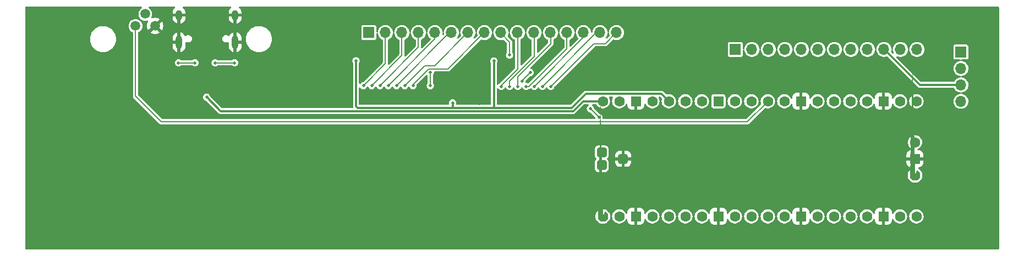
<source format=gbl>
%TF.GenerationSoftware,KiCad,Pcbnew,7.0.1-3b83917a11~172~ubuntu22.10.1*%
%TF.CreationDate,2023-04-03T16:10:19+02:00*%
%TF.ProjectId,Model-M-RP2040-USB,4d6f6465-6c2d-44d2-9d52-50323034302d,rev?*%
%TF.SameCoordinates,Original*%
%TF.FileFunction,Copper,L2,Bot*%
%TF.FilePolarity,Positive*%
%FSLAX46Y46*%
G04 Gerber Fmt 4.6, Leading zero omitted, Abs format (unit mm)*
G04 Created by KiCad (PCBNEW 7.0.1-3b83917a11~172~ubuntu22.10.1) date 2023-04-03 16:10:19*
%MOMM*%
%LPD*%
G01*
G04 APERTURE LIST*
G04 Aperture macros list*
%AMRoundRect*
0 Rectangle with rounded corners*
0 $1 Rounding radius*
0 $2 $3 $4 $5 $6 $7 $8 $9 X,Y pos of 4 corners*
0 Add a 4 corners polygon primitive as box body*
4,1,4,$2,$3,$4,$5,$6,$7,$8,$9,$2,$3,0*
0 Add four circle primitives for the rounded corners*
1,1,$1+$1,$2,$3*
1,1,$1+$1,$4,$5*
1,1,$1+$1,$6,$7*
1,1,$1+$1,$8,$9*
0 Add four rect primitives between the rounded corners*
20,1,$1+$1,$2,$3,$4,$5,0*
20,1,$1+$1,$4,$5,$6,$7,0*
20,1,$1+$1,$6,$7,$8,$9,0*
20,1,$1+$1,$8,$9,$2,$3,0*%
%AMFreePoly0*
4,1,58,0.281242,0.792533,0.314585,0.788777,0.324216,0.782725,0.335306,0.780194,0.361541,0.759271,0.389950,0.741421,0.741421,0.389950,0.759271,0.361541,0.780194,0.335306,0.782725,0.324216,0.788777,0.314585,0.792533,0.281242,0.800000,0.248529,0.800000,-0.248529,0.792533,-0.281242,0.788777,-0.314585,0.782725,-0.324216,0.780194,-0.335306,0.759271,-0.361541,0.741421,-0.389950,
0.389950,-0.741421,0.361541,-0.759271,0.335306,-0.780194,0.324216,-0.782725,0.314585,-0.788777,0.281242,-0.792533,0.248529,-0.800000,0.000000,-0.800000,-0.248529,-0.800000,-0.281242,-0.792533,-0.314585,-0.788777,-0.324216,-0.782725,-0.335306,-0.780194,-0.361541,-0.759271,-0.389950,-0.741421,-0.741421,-0.389950,-0.759271,-0.361541,-0.780194,-0.335306,-0.782725,-0.324216,-0.788777,-0.314585,
-0.792533,-0.281242,-0.800000,-0.248529,-0.800000,0.248529,-0.792533,0.281242,-0.788777,0.314585,-0.782725,0.324216,-0.780194,0.335306,-0.759271,0.361541,-0.741421,0.389950,-0.389950,0.741421,-0.361541,0.759271,-0.335306,0.780194,-0.324216,0.782725,-0.314585,0.788777,-0.281242,0.792533,-0.248529,0.800000,0.248529,0.800000,0.281242,0.792533,0.281242,0.792533,$1*%
G04 Aperture macros list end*
%TA.AperFunction,ComponentPad*%
%ADD10O,1.000000X2.100000*%
%TD*%
%TA.AperFunction,ComponentPad*%
%ADD11O,1.000000X1.600000*%
%TD*%
%TA.AperFunction,ComponentPad*%
%ADD12FreePoly0,90.000000*%
%TD*%
%TA.AperFunction,ComponentPad*%
%ADD13C,1.600000*%
%TD*%
%TA.AperFunction,ComponentPad*%
%ADD14RoundRect,0.200000X0.600000X-0.600000X0.600000X0.600000X-0.600000X0.600000X-0.600000X-0.600000X0*%
%TD*%
%TA.AperFunction,TestPad*%
%ADD15RoundRect,0.300000X0.450000X-0.450000X0.450000X0.450000X-0.450000X0.450000X-0.450000X-0.450000X0*%
%TD*%
%TA.AperFunction,ComponentPad*%
%ADD16C,1.500000*%
%TD*%
%TA.AperFunction,ComponentPad*%
%ADD17R,1.700000X1.700000*%
%TD*%
%TA.AperFunction,ComponentPad*%
%ADD18O,1.700000X1.700000*%
%TD*%
%TA.AperFunction,ViaPad*%
%ADD19C,0.500000*%
%TD*%
%TA.AperFunction,Conductor*%
%ADD20C,0.304800*%
%TD*%
%TA.AperFunction,Conductor*%
%ADD21C,0.203200*%
%TD*%
G04 APERTURE END LIST*
D10*
X63230101Y-35980000D03*
D11*
X63230101Y-31800000D03*
D10*
X54590101Y-35980000D03*
D11*
X54590101Y-31800000D03*
D12*
X119800000Y-62885000D03*
D13*
X122340000Y-62885000D03*
D14*
X124880000Y-62885000D03*
D13*
X127420000Y-62885000D03*
X129960000Y-62885000D03*
X132500000Y-62885000D03*
X135040000Y-62885000D03*
D14*
X137580000Y-62885000D03*
D13*
X140120000Y-62885000D03*
X142660000Y-62885000D03*
X145200000Y-62885000D03*
X147740000Y-62885000D03*
D14*
X150280000Y-62885000D03*
D13*
X152820000Y-62885000D03*
X155360000Y-62885000D03*
X157900000Y-62885000D03*
X160440000Y-62885000D03*
D14*
X162980000Y-62885000D03*
D13*
X165520000Y-62885000D03*
X168060000Y-62885000D03*
X168060000Y-45105000D03*
X165520000Y-45105000D03*
D14*
X162980000Y-45105000D03*
D13*
X160440000Y-45105000D03*
X157900000Y-45105000D03*
X155360000Y-45105000D03*
X152820000Y-45105000D03*
D14*
X150280000Y-45105000D03*
D13*
X147740000Y-45105000D03*
X145200000Y-45105000D03*
X142660000Y-45105000D03*
X140120000Y-45105000D03*
D14*
X137580000Y-45105000D03*
D13*
X135040000Y-45105000D03*
X132500000Y-45105000D03*
X129960000Y-45105000D03*
X127420000Y-45105000D03*
D14*
X124880000Y-45105000D03*
D13*
X122340000Y-45105000D03*
X119800000Y-45105000D03*
D12*
X167830000Y-56535000D03*
D14*
X167830000Y-53995000D03*
D13*
X167830000Y-51455000D03*
D15*
X122930000Y-53995000D03*
X119630000Y-52995000D03*
X119630000Y-54995000D03*
D16*
X50900000Y-33475000D03*
X47900000Y-33475000D03*
X49400000Y-31625000D03*
D17*
X83800000Y-34500000D03*
D18*
X86340000Y-34500000D03*
X88880000Y-34500000D03*
X91420000Y-34500000D03*
X93960000Y-34500000D03*
X96500000Y-34500000D03*
X99040000Y-34500000D03*
X101580000Y-34500000D03*
X104120000Y-34500000D03*
X106660000Y-34500000D03*
X109200000Y-34500000D03*
X111740000Y-34500000D03*
X114280000Y-34500000D03*
X116820000Y-34500000D03*
X119360000Y-34500000D03*
X121900000Y-34500000D03*
D17*
X140200000Y-37100000D03*
D18*
X142740000Y-37100000D03*
X145280000Y-37100000D03*
X147820000Y-37100000D03*
X150360000Y-37100000D03*
X152900000Y-37100000D03*
X155440000Y-37100000D03*
X157980000Y-37100000D03*
X160520000Y-37100000D03*
X163060000Y-37100000D03*
X165600000Y-37100000D03*
X168140000Y-37100000D03*
D17*
X174900000Y-37500000D03*
D18*
X174900000Y-40040000D03*
X174900000Y-42580000D03*
X174900000Y-45120000D03*
D19*
X97194000Y-47518000D03*
X122975000Y-52217000D03*
X122975000Y-55773000D03*
X124626000Y-53995000D03*
X124880000Y-66441000D03*
X124880000Y-60980000D03*
X137580000Y-66568000D03*
X137580000Y-60980000D03*
X150280000Y-66568000D03*
X150280000Y-60980000D03*
X162980000Y-66568000D03*
X162980000Y-60980000D03*
X162980000Y-41676000D03*
X162980000Y-47137000D03*
X150280000Y-41803000D03*
X150280000Y-47010000D03*
X124880000Y-41930000D03*
X124880000Y-46883000D03*
X82970000Y-47518000D03*
X91860000Y-47518000D03*
X54522000Y-42565000D03*
X63158000Y-42565000D03*
X80684000Y-41549000D03*
X91860000Y-42692000D03*
X100750000Y-40406000D03*
X100750000Y-45486000D03*
X99988000Y-44089000D03*
X58840000Y-40152000D03*
X58840000Y-44470000D03*
X82970000Y-42692000D03*
X84240000Y-42692000D03*
X85510000Y-42692000D03*
X86780000Y-42692000D03*
X88050000Y-42692000D03*
X89320000Y-42692000D03*
X90590000Y-42692000D03*
X60137801Y-39168000D03*
X63141101Y-39168000D03*
X57045101Y-39168000D03*
X54505101Y-39168000D03*
X103036000Y-38869000D03*
X81827000Y-38869000D03*
X96686000Y-45359000D03*
X105449001Y-37969326D03*
X104179000Y-42819000D03*
X105449000Y-42819000D03*
X106719000Y-42819000D03*
X93257000Y-40660000D03*
X93257000Y-42692000D03*
X117895000Y-46248000D03*
X119228500Y-47581500D03*
X108624000Y-40660000D03*
X107354000Y-41976300D03*
X107989000Y-42819000D03*
X109259000Y-42819000D03*
X110529000Y-42819000D03*
X111799000Y-42819000D03*
D20*
X174900000Y-42580000D02*
X168583000Y-42580000D01*
X168583000Y-42580000D02*
X162980000Y-36977000D01*
X116752000Y-45105000D02*
X115228499Y-46628501D01*
X60998501Y-46628501D02*
X58840000Y-44470000D01*
X119800000Y-45105000D02*
X116752000Y-45105000D01*
X115228499Y-46628501D02*
X60998501Y-46628501D01*
D21*
X86340000Y-34500000D02*
X86340000Y-39322000D01*
X86340000Y-39322000D02*
X82970000Y-42692000D01*
X88880000Y-34500000D02*
X88880000Y-38052000D01*
X88880000Y-38052000D02*
X84240000Y-42692000D01*
X91420000Y-36782000D02*
X85510000Y-42692000D01*
X91420000Y-34500000D02*
X91420000Y-36782000D01*
X93960000Y-35512000D02*
X86780000Y-42692000D01*
X93960000Y-34500000D02*
X93960000Y-35512000D01*
X96242000Y-34500000D02*
X88050000Y-42692000D01*
X99040000Y-34500000D02*
X93896000Y-39644000D01*
X92368000Y-39644000D02*
X89320000Y-42692000D01*
X93896000Y-39644000D02*
X92368000Y-39644000D01*
X90590000Y-42543101D02*
X90590000Y-42692000D01*
X93027401Y-40105700D02*
X90590000Y-42543101D01*
X101580000Y-34500000D02*
X95974300Y-40105700D01*
X95974300Y-40105700D02*
X93027401Y-40105700D01*
X63141101Y-39168000D02*
X60137801Y-39168000D01*
X57045101Y-39168000D02*
X54505101Y-39168000D01*
D20*
X81827000Y-45867000D02*
X81827000Y-38869000D01*
X82081000Y-46121000D02*
X81827000Y-45867000D01*
X96686000Y-46121000D02*
X82081000Y-46121000D01*
X96686000Y-46121000D02*
X96686000Y-45359000D01*
X103036000Y-46121000D02*
X103036000Y-38869000D01*
X117189886Y-43949400D02*
X115018286Y-46121000D01*
X128804400Y-43949400D02*
X117189886Y-43949400D01*
X129960000Y-45105000D02*
X128804400Y-43949400D01*
X115018286Y-46121000D02*
X103036000Y-46121000D01*
X103036000Y-46121000D02*
X96686000Y-46121000D01*
D21*
X104052000Y-34564000D02*
X105449001Y-35961001D01*
X105449001Y-35961001D02*
X105449001Y-37969326D01*
X106719000Y-40146940D02*
X104179000Y-42686940D01*
X104179000Y-42686940D02*
X104179000Y-42819000D01*
X106719000Y-34437000D02*
X106719000Y-40146940D01*
X105449000Y-41990970D02*
X109259000Y-38180970D01*
X109259000Y-38180970D02*
X109259000Y-34437000D01*
X105449000Y-42819000D02*
X105449000Y-41990970D01*
X111799000Y-36215000D02*
X111799000Y-34437000D01*
X106719000Y-42819000D02*
X106719000Y-41295000D01*
X106719000Y-41295000D02*
X111799000Y-36215000D01*
X93257000Y-42692000D02*
X93257000Y-40660000D01*
X117895000Y-46248000D02*
X119228500Y-47581500D01*
X51855000Y-48280000D02*
X47900000Y-44325000D01*
X47900000Y-44325000D02*
X47900000Y-33475000D01*
X145200000Y-45105000D02*
X142025000Y-48280000D01*
X142025000Y-48280000D02*
X51855000Y-48280000D01*
X108624000Y-40660000D02*
X107354000Y-41930000D01*
X107354000Y-41930000D02*
X107354000Y-41976300D01*
X114280000Y-36972500D02*
X108433500Y-42819000D01*
X114280000Y-34500000D02*
X114280000Y-36972500D01*
X108433500Y-42819000D02*
X107989000Y-42819000D01*
X116820000Y-35258000D02*
X109259000Y-42819000D01*
X116820000Y-34500000D02*
X116820000Y-35258000D01*
X118848000Y-34500000D02*
X110529000Y-42819000D01*
X120185000Y-36215000D02*
X118403000Y-36215000D01*
X121900000Y-34500000D02*
X120185000Y-36215000D01*
X118403000Y-36215000D02*
X111799000Y-42819000D01*
%TA.AperFunction,Conductor*%
G36*
X48842975Y-30517521D02*
G01*
X48888463Y-30563911D01*
X48904249Y-30626935D01*
X48886000Y-30689290D01*
X48838726Y-30733858D01*
X48813551Y-30747314D01*
X48653589Y-30878589D01*
X48522314Y-31038551D01*
X48424769Y-31221043D01*
X48364699Y-31419067D01*
X48344417Y-31625000D01*
X48364699Y-31830932D01*
X48364700Y-31830934D01*
X48424768Y-32028954D01*
X48522315Y-32211450D01*
X48545160Y-32239287D01*
X48653589Y-32371410D01*
X48674208Y-32388331D01*
X48813550Y-32502685D01*
X48996046Y-32600232D01*
X49194066Y-32660300D01*
X49400000Y-32680583D01*
X49605934Y-32660300D01*
X49692401Y-32634070D01*
X49753114Y-32631221D01*
X49807891Y-32657568D01*
X49843565Y-32706782D01*
X49851565Y-32767037D01*
X49829969Y-32823854D01*
X49813333Y-32847612D01*
X49720897Y-33045840D01*
X49664287Y-33257113D01*
X49645224Y-33474999D01*
X49664287Y-33692886D01*
X49720898Y-33904161D01*
X49813331Y-34102386D01*
X49856873Y-34164571D01*
X49856874Y-34164572D01*
X50546446Y-33475000D01*
X51253553Y-33475000D01*
X51943124Y-34164572D01*
X51986667Y-34102385D01*
X52079102Y-33904159D01*
X52135712Y-33692886D01*
X52154775Y-33474999D01*
X52135712Y-33257113D01*
X52079102Y-33045840D01*
X51986667Y-32847615D01*
X51943123Y-32785428D01*
X51253553Y-33475000D01*
X50546446Y-33475000D01*
X51589572Y-32431874D01*
X51589571Y-32431873D01*
X51527386Y-32388331D01*
X51329161Y-32295898D01*
X51117886Y-32239287D01*
X50900000Y-32220224D01*
X50682111Y-32239287D01*
X50468999Y-32296390D01*
X50411919Y-32298071D01*
X50360138Y-32273994D01*
X50324638Y-32229264D01*
X50312949Y-32173368D01*
X50327546Y-32118166D01*
X50363982Y-32050000D01*
X53590101Y-32050000D01*
X53590101Y-32150710D01*
X53605520Y-32302339D01*
X53666404Y-32496389D01*
X53765104Y-32674214D01*
X53897580Y-32828531D01*
X54058408Y-32953021D01*
X54241006Y-33042589D01*
X54340100Y-33068246D01*
X54340101Y-33068247D01*
X54340101Y-32050000D01*
X54840101Y-32050000D01*
X54840101Y-33073366D01*
X54842049Y-33073067D01*
X55032764Y-33002435D01*
X55205364Y-32894854D01*
X55352770Y-32754733D01*
X55468956Y-32587805D01*
X55549160Y-32400907D01*
X55590101Y-32201689D01*
X55590101Y-32050000D01*
X62230101Y-32050000D01*
X62230101Y-32150710D01*
X62245520Y-32302339D01*
X62306404Y-32496389D01*
X62405104Y-32674214D01*
X62537580Y-32828531D01*
X62698408Y-32953021D01*
X62881006Y-33042589D01*
X62980100Y-33068246D01*
X62980101Y-33068247D01*
X62980101Y-32050000D01*
X63480101Y-32050000D01*
X63480101Y-33073366D01*
X63482049Y-33073067D01*
X63672764Y-33002435D01*
X63845364Y-32894854D01*
X63992770Y-32754733D01*
X64108956Y-32587805D01*
X64189160Y-32400907D01*
X64230101Y-32201689D01*
X64230101Y-32050000D01*
X63480101Y-32050000D01*
X62980101Y-32050000D01*
X62230101Y-32050000D01*
X55590101Y-32050000D01*
X54840101Y-32050000D01*
X54340101Y-32050000D01*
X53590101Y-32050000D01*
X50363982Y-32050000D01*
X50375232Y-32028954D01*
X50435300Y-31830934D01*
X50455583Y-31625000D01*
X50435300Y-31419066D01*
X50375232Y-31221046D01*
X50277685Y-31038550D01*
X50185142Y-30925785D01*
X50146410Y-30878589D01*
X50048952Y-30798608D01*
X49986450Y-30747315D01*
X49961274Y-30733858D01*
X49914000Y-30689290D01*
X49895751Y-30626935D01*
X49911537Y-30563911D01*
X49957025Y-30517521D01*
X50019727Y-30500500D01*
X53879697Y-30500500D01*
X53936551Y-30514302D01*
X53980748Y-30552635D01*
X54002451Y-30606966D01*
X53996827Y-30665200D01*
X53965129Y-30714374D01*
X53827431Y-30845266D01*
X53711245Y-31012194D01*
X53631041Y-31199092D01*
X53590101Y-31398311D01*
X53590101Y-31550000D01*
X55590101Y-31550000D01*
X55590101Y-31449290D01*
X55574681Y-31297660D01*
X55513797Y-31103610D01*
X55415097Y-30925785D01*
X55282621Y-30771468D01*
X55219432Y-30722556D01*
X55181884Y-30674552D01*
X55171740Y-30614458D01*
X55191452Y-30556789D01*
X55236257Y-30515477D01*
X55295333Y-30500500D01*
X62519697Y-30500500D01*
X62576551Y-30514302D01*
X62620748Y-30552635D01*
X62642451Y-30606966D01*
X62636827Y-30665200D01*
X62605129Y-30714374D01*
X62467431Y-30845266D01*
X62351245Y-31012194D01*
X62271041Y-31199092D01*
X62230101Y-31398311D01*
X62230101Y-31550000D01*
X64230101Y-31550000D01*
X64230101Y-31449290D01*
X64214681Y-31297660D01*
X64153797Y-31103610D01*
X64055097Y-30925785D01*
X63922621Y-30771468D01*
X63859432Y-30722556D01*
X63821884Y-30674552D01*
X63811740Y-30614458D01*
X63831452Y-30556789D01*
X63876257Y-30515477D01*
X63935333Y-30500500D01*
X180636000Y-30500500D01*
X180698000Y-30517113D01*
X180743387Y-30562500D01*
X180760000Y-30624500D01*
X180760000Y-67841000D01*
X180743387Y-67903000D01*
X180698000Y-67948387D01*
X180636000Y-67965000D01*
X31024500Y-67965000D01*
X30962500Y-67948387D01*
X30917113Y-67903000D01*
X30900500Y-67841000D01*
X30900500Y-62919269D01*
X118691155Y-62919269D01*
X118692363Y-63144787D01*
X118696217Y-63178984D01*
X118696217Y-63178986D01*
X118702585Y-63235506D01*
X118717818Y-63302252D01*
X118739741Y-63355177D01*
X118776163Y-63413141D01*
X118776165Y-63413143D01*
X118833080Y-63484513D01*
X118881495Y-63532929D01*
X119152071Y-63803505D01*
X119200487Y-63851920D01*
X119254014Y-63894606D01*
X119271858Y-63908836D01*
X119329822Y-63945258D01*
X119382747Y-63967181D01*
X119449493Y-63982414D01*
X119463848Y-63984031D01*
X119506015Y-63988783D01*
X119540211Y-63992636D01*
X119545581Y-63992664D01*
X119765731Y-63993845D01*
X119765772Y-63993845D01*
X119834228Y-63993845D01*
X119834269Y-63993845D01*
X120049297Y-63992692D01*
X120059789Y-63992636D01*
X120093985Y-63988783D01*
X120143328Y-63983222D01*
X120150506Y-63982414D01*
X120217252Y-63967181D01*
X120217253Y-63967180D01*
X120217255Y-63967180D01*
X120270176Y-63945259D01*
X120328143Y-63908835D01*
X120399513Y-63851920D01*
X120447929Y-63803505D01*
X120718505Y-63532929D01*
X120766920Y-63484513D01*
X120823835Y-63413143D01*
X120860259Y-63355176D01*
X120882180Y-63302255D01*
X120885732Y-63286694D01*
X120897414Y-63235506D01*
X120903783Y-63178986D01*
X120903783Y-63178984D01*
X120907636Y-63144787D01*
X120908845Y-62919269D01*
X120908845Y-62884999D01*
X121234785Y-62884999D01*
X121253602Y-63088083D01*
X121309418Y-63284251D01*
X121400324Y-63466818D01*
X121523236Y-63629580D01*
X121673958Y-63766981D01*
X121811140Y-63851920D01*
X121847363Y-63874348D01*
X122037544Y-63948024D01*
X122238024Y-63985500D01*
X122441974Y-63985500D01*
X122441976Y-63985500D01*
X122642456Y-63948024D01*
X122832637Y-63874348D01*
X123006041Y-63766981D01*
X123156764Y-63629579D01*
X123279673Y-63466821D01*
X123345002Y-63335621D01*
X123388784Y-63286694D01*
X123451417Y-63266981D01*
X123515335Y-63282013D01*
X123562615Y-63327577D01*
X123580000Y-63390895D01*
X123580000Y-63541578D01*
X123586408Y-63612104D01*
X123636981Y-63774397D01*
X123724925Y-63919875D01*
X123845124Y-64040074D01*
X123990603Y-64128019D01*
X124152893Y-64178590D01*
X124223424Y-64185000D01*
X124630000Y-64185000D01*
X124630000Y-61585001D01*
X124223421Y-61585001D01*
X124152895Y-61591408D01*
X123990602Y-61641981D01*
X123845124Y-61729925D01*
X123724925Y-61850124D01*
X123636980Y-61995603D01*
X123586409Y-62157893D01*
X123580000Y-62228424D01*
X123580000Y-62379101D01*
X123562615Y-62442419D01*
X123515335Y-62487983D01*
X123451418Y-62503016D01*
X123388785Y-62483304D01*
X123345000Y-62434372D01*
X123279675Y-62303181D01*
X123156763Y-62140419D01*
X123006041Y-62003018D01*
X122832638Y-61895652D01*
X122642457Y-61821976D01*
X122564021Y-61807314D01*
X122441976Y-61784500D01*
X122238024Y-61784500D01*
X122140031Y-61802818D01*
X122037542Y-61821976D01*
X121847361Y-61895652D01*
X121673958Y-62003018D01*
X121523236Y-62140419D01*
X121400324Y-62303181D01*
X121309418Y-62485748D01*
X121253602Y-62681916D01*
X121234785Y-62884999D01*
X120908845Y-62884999D01*
X120908845Y-62850731D01*
X120907636Y-62625212D01*
X120903783Y-62591016D01*
X120903783Y-62591014D01*
X120897414Y-62534493D01*
X120882181Y-62467747D01*
X120860258Y-62414822D01*
X120823836Y-62356858D01*
X120781030Y-62303181D01*
X120766920Y-62285487D01*
X120718505Y-62237071D01*
X120447929Y-61966495D01*
X120399513Y-61918080D01*
X120363827Y-61889622D01*
X120328141Y-61861163D01*
X120270177Y-61824741D01*
X120217252Y-61802818D01*
X120150506Y-61787585D01*
X120093987Y-61781217D01*
X120093985Y-61781217D01*
X120089641Y-61780727D01*
X120059787Y-61777363D01*
X119834269Y-61776155D01*
X119834228Y-61776155D01*
X119765772Y-61776155D01*
X119765731Y-61776155D01*
X119540212Y-61777363D01*
X119509868Y-61780782D01*
X119506015Y-61781217D01*
X119506012Y-61781217D01*
X119449493Y-61787585D01*
X119382747Y-61802818D01*
X119329822Y-61824741D01*
X119271858Y-61861163D01*
X119200484Y-61918082D01*
X118833082Y-62285484D01*
X118776163Y-62356858D01*
X118739741Y-62414822D01*
X118717818Y-62467747D01*
X118702585Y-62534493D01*
X118696217Y-62591014D01*
X118696217Y-62591016D01*
X118692363Y-62625212D01*
X118691155Y-62850731D01*
X118691155Y-62919269D01*
X30900500Y-62919269D01*
X30900500Y-61585000D01*
X125130000Y-61585000D01*
X125130000Y-64184999D01*
X125536579Y-64184999D01*
X125607104Y-64178591D01*
X125769397Y-64128018D01*
X125914875Y-64040074D01*
X126035074Y-63919875D01*
X126123019Y-63774396D01*
X126173590Y-63612106D01*
X126179999Y-63541576D01*
X126179999Y-63390899D01*
X126197383Y-63327580D01*
X126244663Y-63282016D01*
X126308581Y-63266983D01*
X126371213Y-63286695D01*
X126414999Y-63335626D01*
X126480326Y-63466820D01*
X126603236Y-63629580D01*
X126753958Y-63766981D01*
X126891140Y-63851920D01*
X126927363Y-63874348D01*
X127117544Y-63948024D01*
X127318024Y-63985500D01*
X127521974Y-63985500D01*
X127521976Y-63985500D01*
X127722456Y-63948024D01*
X127912637Y-63874348D01*
X128086041Y-63766981D01*
X128236764Y-63629579D01*
X128359673Y-63466821D01*
X128359673Y-63466819D01*
X128359675Y-63466818D01*
X128429008Y-63327577D01*
X128450582Y-63284250D01*
X128506397Y-63088083D01*
X128525215Y-62885000D01*
X128525215Y-62884999D01*
X128854785Y-62884999D01*
X128873602Y-63088083D01*
X128929418Y-63284251D01*
X129020324Y-63466818D01*
X129143236Y-63629580D01*
X129293958Y-63766981D01*
X129431140Y-63851920D01*
X129467363Y-63874348D01*
X129657544Y-63948024D01*
X129858024Y-63985500D01*
X130061974Y-63985500D01*
X130061976Y-63985500D01*
X130262456Y-63948024D01*
X130452637Y-63874348D01*
X130626041Y-63766981D01*
X130776764Y-63629579D01*
X130899673Y-63466821D01*
X130899673Y-63466819D01*
X130899675Y-63466818D01*
X130969008Y-63327577D01*
X130990582Y-63284250D01*
X131046397Y-63088083D01*
X131065215Y-62885000D01*
X131065215Y-62884999D01*
X131394785Y-62884999D01*
X131413602Y-63088083D01*
X131469418Y-63284251D01*
X131560324Y-63466818D01*
X131683236Y-63629580D01*
X131833958Y-63766981D01*
X131971140Y-63851920D01*
X132007363Y-63874348D01*
X132197544Y-63948024D01*
X132398024Y-63985500D01*
X132601974Y-63985500D01*
X132601976Y-63985500D01*
X132802456Y-63948024D01*
X132992637Y-63874348D01*
X133166041Y-63766981D01*
X133316764Y-63629579D01*
X133439673Y-63466821D01*
X133439673Y-63466819D01*
X133439675Y-63466818D01*
X133509008Y-63327577D01*
X133530582Y-63284250D01*
X133586397Y-63088083D01*
X133605215Y-62885000D01*
X133605215Y-62884999D01*
X133934785Y-62884999D01*
X133953602Y-63088083D01*
X134009418Y-63284251D01*
X134100324Y-63466818D01*
X134223236Y-63629580D01*
X134373958Y-63766981D01*
X134511140Y-63851920D01*
X134547363Y-63874348D01*
X134737544Y-63948024D01*
X134938024Y-63985500D01*
X135141974Y-63985500D01*
X135141976Y-63985500D01*
X135342456Y-63948024D01*
X135532637Y-63874348D01*
X135706041Y-63766981D01*
X135856764Y-63629579D01*
X135979673Y-63466821D01*
X136045002Y-63335621D01*
X136088784Y-63286694D01*
X136151417Y-63266981D01*
X136215335Y-63282013D01*
X136262615Y-63327577D01*
X136280000Y-63390895D01*
X136280000Y-63541578D01*
X136286408Y-63612104D01*
X136336981Y-63774397D01*
X136424925Y-63919875D01*
X136545124Y-64040074D01*
X136690603Y-64128019D01*
X136852893Y-64178590D01*
X136923424Y-64185000D01*
X137330000Y-64185000D01*
X137330000Y-61585001D01*
X136923421Y-61585001D01*
X136852895Y-61591408D01*
X136690602Y-61641981D01*
X136545124Y-61729925D01*
X136424925Y-61850124D01*
X136336980Y-61995603D01*
X136286409Y-62157893D01*
X136280000Y-62228424D01*
X136280000Y-62379101D01*
X136262615Y-62442419D01*
X136215335Y-62487983D01*
X136151418Y-62503016D01*
X136088785Y-62483304D01*
X136045000Y-62434372D01*
X135979675Y-62303181D01*
X135856763Y-62140419D01*
X135706041Y-62003018D01*
X135532638Y-61895652D01*
X135342457Y-61821976D01*
X135264021Y-61807314D01*
X135141976Y-61784500D01*
X134938024Y-61784500D01*
X134840031Y-61802818D01*
X134737542Y-61821976D01*
X134547361Y-61895652D01*
X134373958Y-62003018D01*
X134223236Y-62140419D01*
X134100324Y-62303181D01*
X134009418Y-62485748D01*
X133953602Y-62681916D01*
X133934785Y-62884999D01*
X133605215Y-62884999D01*
X133586397Y-62681917D01*
X133530582Y-62485750D01*
X133504999Y-62434372D01*
X133439675Y-62303181D01*
X133316763Y-62140419D01*
X133166041Y-62003018D01*
X132992638Y-61895652D01*
X132802457Y-61821976D01*
X132724021Y-61807314D01*
X132601976Y-61784500D01*
X132398024Y-61784500D01*
X132300031Y-61802818D01*
X132197542Y-61821976D01*
X132007361Y-61895652D01*
X131833958Y-62003018D01*
X131683236Y-62140419D01*
X131560324Y-62303181D01*
X131469418Y-62485748D01*
X131413602Y-62681916D01*
X131394785Y-62884999D01*
X131065215Y-62884999D01*
X131046397Y-62681917D01*
X130990582Y-62485750D01*
X130964999Y-62434372D01*
X130899675Y-62303181D01*
X130776763Y-62140419D01*
X130626041Y-62003018D01*
X130452638Y-61895652D01*
X130262457Y-61821976D01*
X130184021Y-61807314D01*
X130061976Y-61784500D01*
X129858024Y-61784500D01*
X129760031Y-61802818D01*
X129657542Y-61821976D01*
X129467361Y-61895652D01*
X129293958Y-62003018D01*
X129143236Y-62140419D01*
X129020324Y-62303181D01*
X128929418Y-62485748D01*
X128873602Y-62681916D01*
X128854785Y-62884999D01*
X128525215Y-62884999D01*
X128506397Y-62681917D01*
X128450582Y-62485750D01*
X128424999Y-62434372D01*
X128359675Y-62303181D01*
X128236763Y-62140419D01*
X128086041Y-62003018D01*
X127912638Y-61895652D01*
X127722457Y-61821976D01*
X127644021Y-61807314D01*
X127521976Y-61784500D01*
X127318024Y-61784500D01*
X127220031Y-61802818D01*
X127117542Y-61821976D01*
X126927361Y-61895652D01*
X126753958Y-62003018D01*
X126603236Y-62140419D01*
X126480324Y-62303181D01*
X126414999Y-62434374D01*
X126371214Y-62483306D01*
X126308581Y-62503018D01*
X126244664Y-62487985D01*
X126197384Y-62442421D01*
X126179999Y-62379103D01*
X126179999Y-62228421D01*
X126173591Y-62157895D01*
X126123018Y-61995602D01*
X126035074Y-61850124D01*
X125914875Y-61729925D01*
X125769396Y-61641980D01*
X125607106Y-61591409D01*
X125536576Y-61585000D01*
X137830000Y-61585000D01*
X137830000Y-64184999D01*
X138236579Y-64184999D01*
X138307104Y-64178591D01*
X138469397Y-64128018D01*
X138614875Y-64040074D01*
X138735074Y-63919875D01*
X138823019Y-63774396D01*
X138873590Y-63612106D01*
X138879999Y-63541576D01*
X138879999Y-63390899D01*
X138897383Y-63327580D01*
X138944663Y-63282016D01*
X139008581Y-63266983D01*
X139071213Y-63286695D01*
X139114999Y-63335626D01*
X139180326Y-63466820D01*
X139303236Y-63629580D01*
X139453958Y-63766981D01*
X139591140Y-63851920D01*
X139627363Y-63874348D01*
X139817544Y-63948024D01*
X140018024Y-63985500D01*
X140221974Y-63985500D01*
X140221976Y-63985500D01*
X140422456Y-63948024D01*
X140612637Y-63874348D01*
X140786041Y-63766981D01*
X140936764Y-63629579D01*
X141059673Y-63466821D01*
X141059673Y-63466819D01*
X141059675Y-63466818D01*
X141129008Y-63327577D01*
X141150582Y-63284250D01*
X141206397Y-63088083D01*
X141225215Y-62885000D01*
X141554785Y-62885000D01*
X141573602Y-63088083D01*
X141629418Y-63284251D01*
X141720324Y-63466818D01*
X141843236Y-63629580D01*
X141993958Y-63766981D01*
X142131140Y-63851920D01*
X142167363Y-63874348D01*
X142357544Y-63948024D01*
X142558024Y-63985500D01*
X142761974Y-63985500D01*
X142761976Y-63985500D01*
X142962456Y-63948024D01*
X143152637Y-63874348D01*
X143326041Y-63766981D01*
X143476764Y-63629579D01*
X143599673Y-63466821D01*
X143599673Y-63466819D01*
X143599675Y-63466818D01*
X143669008Y-63327577D01*
X143690582Y-63284250D01*
X143746397Y-63088083D01*
X143765215Y-62885000D01*
X144094785Y-62885000D01*
X144113602Y-63088083D01*
X144169418Y-63284251D01*
X144260324Y-63466818D01*
X144383236Y-63629580D01*
X144533958Y-63766981D01*
X144671140Y-63851920D01*
X144707363Y-63874348D01*
X144897544Y-63948024D01*
X145098024Y-63985500D01*
X145301974Y-63985500D01*
X145301976Y-63985500D01*
X145502456Y-63948024D01*
X145692637Y-63874348D01*
X145866041Y-63766981D01*
X146016764Y-63629579D01*
X146139673Y-63466821D01*
X146139673Y-63466819D01*
X146139675Y-63466818D01*
X146209008Y-63327577D01*
X146230582Y-63284250D01*
X146286397Y-63088083D01*
X146305215Y-62885000D01*
X146634785Y-62885000D01*
X146653602Y-63088083D01*
X146709418Y-63284251D01*
X146800324Y-63466818D01*
X146923236Y-63629580D01*
X147073958Y-63766981D01*
X147211140Y-63851920D01*
X147247363Y-63874348D01*
X147437544Y-63948024D01*
X147638024Y-63985500D01*
X147841974Y-63985500D01*
X147841976Y-63985500D01*
X148042456Y-63948024D01*
X148232637Y-63874348D01*
X148406041Y-63766981D01*
X148556764Y-63629579D01*
X148679673Y-63466821D01*
X148745002Y-63335621D01*
X148788784Y-63286694D01*
X148851417Y-63266981D01*
X148915335Y-63282013D01*
X148962615Y-63327577D01*
X148980000Y-63390895D01*
X148980000Y-63541578D01*
X148986408Y-63612104D01*
X149036981Y-63774397D01*
X149124925Y-63919875D01*
X149245124Y-64040074D01*
X149390603Y-64128019D01*
X149552893Y-64178590D01*
X149623424Y-64185000D01*
X150030000Y-64185000D01*
X150030000Y-61585001D01*
X149623421Y-61585001D01*
X149552895Y-61591408D01*
X149390602Y-61641981D01*
X149245124Y-61729925D01*
X149124925Y-61850124D01*
X149036980Y-61995603D01*
X148986409Y-62157893D01*
X148980000Y-62228424D01*
X148980000Y-62379101D01*
X148962615Y-62442419D01*
X148915335Y-62487983D01*
X148851418Y-62503016D01*
X148788785Y-62483304D01*
X148745000Y-62434372D01*
X148679675Y-62303181D01*
X148556763Y-62140419D01*
X148406041Y-62003018D01*
X148232638Y-61895652D01*
X148042457Y-61821976D01*
X147964021Y-61807314D01*
X147841976Y-61784500D01*
X147638024Y-61784500D01*
X147540031Y-61802818D01*
X147437542Y-61821976D01*
X147247361Y-61895652D01*
X147073958Y-62003018D01*
X146923236Y-62140419D01*
X146800324Y-62303181D01*
X146709418Y-62485748D01*
X146653602Y-62681916D01*
X146634785Y-62885000D01*
X146305215Y-62885000D01*
X146286397Y-62681917D01*
X146230582Y-62485750D01*
X146204999Y-62434372D01*
X146139675Y-62303181D01*
X146016763Y-62140419D01*
X145866041Y-62003018D01*
X145692638Y-61895652D01*
X145502457Y-61821976D01*
X145424021Y-61807314D01*
X145301976Y-61784500D01*
X145098024Y-61784500D01*
X145000031Y-61802818D01*
X144897542Y-61821976D01*
X144707361Y-61895652D01*
X144533958Y-62003018D01*
X144383236Y-62140419D01*
X144260324Y-62303181D01*
X144169418Y-62485748D01*
X144113602Y-62681916D01*
X144094785Y-62885000D01*
X143765215Y-62885000D01*
X143746397Y-62681917D01*
X143690582Y-62485750D01*
X143664999Y-62434372D01*
X143599675Y-62303181D01*
X143476763Y-62140419D01*
X143326041Y-62003018D01*
X143152638Y-61895652D01*
X142962457Y-61821976D01*
X142884021Y-61807314D01*
X142761976Y-61784500D01*
X142558024Y-61784500D01*
X142460031Y-61802818D01*
X142357542Y-61821976D01*
X142167361Y-61895652D01*
X141993958Y-62003018D01*
X141843236Y-62140419D01*
X141720324Y-62303181D01*
X141629418Y-62485748D01*
X141573602Y-62681916D01*
X141554785Y-62885000D01*
X141225215Y-62885000D01*
X141206397Y-62681917D01*
X141150582Y-62485750D01*
X141124999Y-62434372D01*
X141059675Y-62303181D01*
X140936763Y-62140419D01*
X140786041Y-62003018D01*
X140612638Y-61895652D01*
X140422457Y-61821976D01*
X140344021Y-61807314D01*
X140221976Y-61784500D01*
X140018024Y-61784500D01*
X139920031Y-61802818D01*
X139817542Y-61821976D01*
X139627361Y-61895652D01*
X139453958Y-62003018D01*
X139303236Y-62140419D01*
X139180324Y-62303181D01*
X139114999Y-62434374D01*
X139071214Y-62483306D01*
X139008581Y-62503018D01*
X138944664Y-62487985D01*
X138897384Y-62442421D01*
X138879999Y-62379103D01*
X138879999Y-62228421D01*
X138873591Y-62157895D01*
X138823018Y-61995602D01*
X138735074Y-61850124D01*
X138614875Y-61729925D01*
X138469396Y-61641980D01*
X138307106Y-61591409D01*
X138236576Y-61585000D01*
X150530000Y-61585000D01*
X150530000Y-64184999D01*
X150936579Y-64184999D01*
X151007104Y-64178591D01*
X151169397Y-64128018D01*
X151314875Y-64040074D01*
X151435074Y-63919875D01*
X151523019Y-63774396D01*
X151573590Y-63612106D01*
X151579999Y-63541576D01*
X151579999Y-63390899D01*
X151597383Y-63327580D01*
X151644663Y-63282016D01*
X151708581Y-63266983D01*
X151771213Y-63286695D01*
X151814999Y-63335626D01*
X151880326Y-63466820D01*
X152003236Y-63629580D01*
X152153958Y-63766981D01*
X152291140Y-63851920D01*
X152327363Y-63874348D01*
X152517544Y-63948024D01*
X152718024Y-63985500D01*
X152921974Y-63985500D01*
X152921976Y-63985500D01*
X153122456Y-63948024D01*
X153312637Y-63874348D01*
X153486041Y-63766981D01*
X153636764Y-63629579D01*
X153759673Y-63466821D01*
X153759673Y-63466819D01*
X153759675Y-63466818D01*
X153829008Y-63327577D01*
X153850582Y-63284250D01*
X153906397Y-63088083D01*
X153925215Y-62885000D01*
X154254785Y-62885000D01*
X154273602Y-63088083D01*
X154329418Y-63284251D01*
X154420324Y-63466818D01*
X154543236Y-63629580D01*
X154693958Y-63766981D01*
X154831140Y-63851920D01*
X154867363Y-63874348D01*
X155057544Y-63948024D01*
X155258024Y-63985500D01*
X155461974Y-63985500D01*
X155461976Y-63985500D01*
X155662456Y-63948024D01*
X155852637Y-63874348D01*
X156026041Y-63766981D01*
X156176764Y-63629579D01*
X156299673Y-63466821D01*
X156299673Y-63466819D01*
X156299675Y-63466818D01*
X156369008Y-63327577D01*
X156390582Y-63284250D01*
X156446397Y-63088083D01*
X156465215Y-62885000D01*
X156794785Y-62885000D01*
X156813602Y-63088083D01*
X156869418Y-63284251D01*
X156960324Y-63466818D01*
X157083236Y-63629580D01*
X157233958Y-63766981D01*
X157371140Y-63851920D01*
X157407363Y-63874348D01*
X157597544Y-63948024D01*
X157798024Y-63985500D01*
X158001974Y-63985500D01*
X158001976Y-63985500D01*
X158202456Y-63948024D01*
X158392637Y-63874348D01*
X158566041Y-63766981D01*
X158716764Y-63629579D01*
X158839673Y-63466821D01*
X158839673Y-63466819D01*
X158839675Y-63466818D01*
X158909008Y-63327577D01*
X158930582Y-63284250D01*
X158986397Y-63088083D01*
X159005215Y-62885000D01*
X159334785Y-62885000D01*
X159353602Y-63088083D01*
X159409418Y-63284251D01*
X159500324Y-63466818D01*
X159623236Y-63629580D01*
X159773958Y-63766981D01*
X159911140Y-63851920D01*
X159947363Y-63874348D01*
X160137544Y-63948024D01*
X160338024Y-63985500D01*
X160541974Y-63985500D01*
X160541976Y-63985500D01*
X160742456Y-63948024D01*
X160932637Y-63874348D01*
X161106041Y-63766981D01*
X161256764Y-63629579D01*
X161379673Y-63466821D01*
X161445002Y-63335621D01*
X161488784Y-63286694D01*
X161551417Y-63266981D01*
X161615335Y-63282013D01*
X161662615Y-63327577D01*
X161680000Y-63390895D01*
X161680000Y-63541578D01*
X161686408Y-63612104D01*
X161736981Y-63774397D01*
X161824925Y-63919875D01*
X161945124Y-64040074D01*
X162090603Y-64128019D01*
X162252893Y-64178590D01*
X162323424Y-64185000D01*
X162730000Y-64185000D01*
X162730000Y-61585001D01*
X162323421Y-61585001D01*
X162252895Y-61591408D01*
X162090602Y-61641981D01*
X161945124Y-61729925D01*
X161824925Y-61850124D01*
X161736980Y-61995603D01*
X161686409Y-62157893D01*
X161680000Y-62228424D01*
X161680000Y-62379101D01*
X161662615Y-62442419D01*
X161615335Y-62487983D01*
X161551418Y-62503016D01*
X161488785Y-62483304D01*
X161445000Y-62434372D01*
X161379675Y-62303181D01*
X161256763Y-62140419D01*
X161106041Y-62003018D01*
X160932638Y-61895652D01*
X160742457Y-61821976D01*
X160664021Y-61807314D01*
X160541976Y-61784500D01*
X160338024Y-61784500D01*
X160240031Y-61802818D01*
X160137542Y-61821976D01*
X159947361Y-61895652D01*
X159773958Y-62003018D01*
X159623236Y-62140419D01*
X159500324Y-62303181D01*
X159409418Y-62485748D01*
X159353602Y-62681916D01*
X159334785Y-62885000D01*
X159005215Y-62885000D01*
X158986397Y-62681917D01*
X158930582Y-62485750D01*
X158904999Y-62434372D01*
X158839675Y-62303181D01*
X158716763Y-62140419D01*
X158566041Y-62003018D01*
X158392638Y-61895652D01*
X158202457Y-61821976D01*
X158124021Y-61807314D01*
X158001976Y-61784500D01*
X157798024Y-61784500D01*
X157700031Y-61802818D01*
X157597542Y-61821976D01*
X157407361Y-61895652D01*
X157233958Y-62003018D01*
X157083236Y-62140419D01*
X156960324Y-62303181D01*
X156869418Y-62485748D01*
X156813602Y-62681916D01*
X156794785Y-62885000D01*
X156465215Y-62885000D01*
X156446397Y-62681917D01*
X156390582Y-62485750D01*
X156364999Y-62434372D01*
X156299675Y-62303181D01*
X156176763Y-62140419D01*
X156026041Y-62003018D01*
X155852638Y-61895652D01*
X155662457Y-61821976D01*
X155584021Y-61807314D01*
X155461976Y-61784500D01*
X155258024Y-61784500D01*
X155160031Y-61802818D01*
X155057542Y-61821976D01*
X154867361Y-61895652D01*
X154693958Y-62003018D01*
X154543236Y-62140419D01*
X154420324Y-62303181D01*
X154329418Y-62485748D01*
X154273602Y-62681916D01*
X154254785Y-62885000D01*
X153925215Y-62885000D01*
X153906397Y-62681917D01*
X153850582Y-62485750D01*
X153824999Y-62434372D01*
X153759675Y-62303181D01*
X153636763Y-62140419D01*
X153486041Y-62003018D01*
X153312638Y-61895652D01*
X153122457Y-61821976D01*
X153044021Y-61807314D01*
X152921976Y-61784500D01*
X152718024Y-61784500D01*
X152620031Y-61802818D01*
X152517542Y-61821976D01*
X152327361Y-61895652D01*
X152153958Y-62003018D01*
X152003236Y-62140419D01*
X151880324Y-62303181D01*
X151814999Y-62434374D01*
X151771214Y-62483306D01*
X151708581Y-62503018D01*
X151644664Y-62487985D01*
X151597384Y-62442421D01*
X151579999Y-62379103D01*
X151579999Y-62228421D01*
X151573591Y-62157895D01*
X151523018Y-61995602D01*
X151435074Y-61850124D01*
X151314875Y-61729925D01*
X151169396Y-61641980D01*
X151007106Y-61591409D01*
X150936576Y-61585000D01*
X163230000Y-61585000D01*
X163230000Y-64184999D01*
X163636579Y-64184999D01*
X163707104Y-64178591D01*
X163869397Y-64128018D01*
X164014875Y-64040074D01*
X164135074Y-63919875D01*
X164223019Y-63774396D01*
X164273590Y-63612106D01*
X164279999Y-63541576D01*
X164279999Y-63390899D01*
X164297383Y-63327580D01*
X164344663Y-63282016D01*
X164408581Y-63266983D01*
X164471213Y-63286695D01*
X164514999Y-63335626D01*
X164580326Y-63466820D01*
X164703236Y-63629580D01*
X164853958Y-63766981D01*
X164991140Y-63851920D01*
X165027363Y-63874348D01*
X165217544Y-63948024D01*
X165418024Y-63985500D01*
X165621974Y-63985500D01*
X165621976Y-63985500D01*
X165822456Y-63948024D01*
X166012637Y-63874348D01*
X166186041Y-63766981D01*
X166336764Y-63629579D01*
X166459673Y-63466821D01*
X166459673Y-63466819D01*
X166459675Y-63466818D01*
X166529008Y-63327577D01*
X166550582Y-63284250D01*
X166606397Y-63088083D01*
X166625215Y-62885000D01*
X166954785Y-62885000D01*
X166973602Y-63088083D01*
X167029418Y-63284251D01*
X167120324Y-63466818D01*
X167243236Y-63629580D01*
X167393958Y-63766981D01*
X167531140Y-63851920D01*
X167567363Y-63874348D01*
X167757544Y-63948024D01*
X167958024Y-63985500D01*
X168161974Y-63985500D01*
X168161976Y-63985500D01*
X168362456Y-63948024D01*
X168552637Y-63874348D01*
X168726041Y-63766981D01*
X168876764Y-63629579D01*
X168999673Y-63466821D01*
X168999673Y-63466819D01*
X168999675Y-63466818D01*
X169069008Y-63327577D01*
X169090582Y-63284250D01*
X169146397Y-63088083D01*
X169165215Y-62885000D01*
X169146397Y-62681917D01*
X169090582Y-62485750D01*
X169064999Y-62434372D01*
X168999675Y-62303181D01*
X168876763Y-62140419D01*
X168726041Y-62003018D01*
X168552638Y-61895652D01*
X168362457Y-61821976D01*
X168284021Y-61807314D01*
X168161976Y-61784500D01*
X167958024Y-61784500D01*
X167860031Y-61802818D01*
X167757542Y-61821976D01*
X167567361Y-61895652D01*
X167393958Y-62003018D01*
X167243236Y-62140419D01*
X167120324Y-62303181D01*
X167029418Y-62485748D01*
X166973602Y-62681916D01*
X166954785Y-62885000D01*
X166625215Y-62885000D01*
X166606397Y-62681917D01*
X166550582Y-62485750D01*
X166524999Y-62434372D01*
X166459675Y-62303181D01*
X166336763Y-62140419D01*
X166186041Y-62003018D01*
X166012638Y-61895652D01*
X165822457Y-61821976D01*
X165744021Y-61807314D01*
X165621976Y-61784500D01*
X165418024Y-61784500D01*
X165320031Y-61802818D01*
X165217542Y-61821976D01*
X165027361Y-61895652D01*
X164853958Y-62003018D01*
X164703236Y-62140419D01*
X164580324Y-62303181D01*
X164514999Y-62434374D01*
X164471214Y-62483306D01*
X164408581Y-62503018D01*
X164344664Y-62487985D01*
X164297384Y-62442421D01*
X164279999Y-62379103D01*
X164279999Y-62228421D01*
X164273591Y-62157895D01*
X164223018Y-61995602D01*
X164135074Y-61850124D01*
X164014875Y-61729925D01*
X163869396Y-61641980D01*
X163707106Y-61591409D01*
X163636576Y-61585000D01*
X163230000Y-61585000D01*
X150936576Y-61585000D01*
X150530000Y-61585000D01*
X138236576Y-61585000D01*
X137830000Y-61585000D01*
X125536576Y-61585000D01*
X125130000Y-61585000D01*
X30900500Y-61585000D01*
X30900500Y-55484362D01*
X118579500Y-55484362D01*
X118594955Y-55601760D01*
X118655464Y-55747841D01*
X118751717Y-55873282D01*
X118832781Y-55935484D01*
X118877159Y-55969536D01*
X119023238Y-56030044D01*
X119140639Y-56045500D01*
X120119360Y-56045499D01*
X120119362Y-56045499D01*
X120178060Y-56037771D01*
X120236762Y-56030044D01*
X120382841Y-55969536D01*
X120508282Y-55873282D01*
X120604536Y-55747841D01*
X120665044Y-55601762D01*
X120680500Y-55484361D01*
X120680499Y-54505640D01*
X120665044Y-54388238D01*
X120605713Y-54245000D01*
X121680000Y-54245000D01*
X121680000Y-54489929D01*
X121695122Y-54624140D01*
X121754664Y-54794303D01*
X121850578Y-54946950D01*
X121978049Y-55074421D01*
X122130696Y-55170335D01*
X122300859Y-55229877D01*
X122435071Y-55245000D01*
X122680000Y-55245000D01*
X122680000Y-54245000D01*
X123180000Y-54245000D01*
X123180000Y-55245000D01*
X123424929Y-55245000D01*
X123559140Y-55229877D01*
X123729303Y-55170335D01*
X123881950Y-55074421D01*
X124009421Y-54946950D01*
X124105335Y-54794303D01*
X124164877Y-54624140D01*
X124180000Y-54489929D01*
X124180000Y-54245000D01*
X166530001Y-54245000D01*
X166530001Y-54651579D01*
X166536408Y-54722104D01*
X166586981Y-54884397D01*
X166674925Y-55029875D01*
X166795124Y-55150074D01*
X166940603Y-55238019D01*
X167102893Y-55288590D01*
X167173422Y-55294999D01*
X167218544Y-55294999D01*
X167277304Y-55309804D01*
X167322032Y-55350686D01*
X167342047Y-55407882D01*
X167332568Y-55467732D01*
X167295860Y-55515945D01*
X167230486Y-55568080D01*
X166863082Y-55935484D01*
X166806163Y-56006858D01*
X166769741Y-56064822D01*
X166747818Y-56117747D01*
X166732585Y-56184493D01*
X166726217Y-56241014D01*
X166726217Y-56241016D01*
X166722363Y-56275212D01*
X166721155Y-56500731D01*
X166721155Y-56569269D01*
X166722363Y-56794787D01*
X166726217Y-56828984D01*
X166726217Y-56828986D01*
X166732585Y-56885506D01*
X166747818Y-56952252D01*
X166769741Y-57005177D01*
X166806163Y-57063141D01*
X166806165Y-57063143D01*
X166863080Y-57134513D01*
X166911495Y-57182929D01*
X167182071Y-57453505D01*
X167230487Y-57501920D01*
X167284014Y-57544606D01*
X167301858Y-57558836D01*
X167359822Y-57595258D01*
X167412747Y-57617181D01*
X167479493Y-57632414D01*
X167493848Y-57634031D01*
X167536015Y-57638783D01*
X167570211Y-57642636D01*
X167575581Y-57642664D01*
X167795731Y-57643845D01*
X167795772Y-57643845D01*
X167864228Y-57643845D01*
X167864269Y-57643845D01*
X168079297Y-57642692D01*
X168089789Y-57642636D01*
X168123985Y-57638783D01*
X168173328Y-57633222D01*
X168180506Y-57632414D01*
X168247252Y-57617181D01*
X168247253Y-57617180D01*
X168247255Y-57617180D01*
X168300176Y-57595259D01*
X168358143Y-57558835D01*
X168429513Y-57501920D01*
X168477929Y-57453505D01*
X168748505Y-57182929D01*
X168796920Y-57134513D01*
X168853835Y-57063143D01*
X168890259Y-57005176D01*
X168912180Y-56952255D01*
X168927414Y-56885505D01*
X168933783Y-56828985D01*
X168937636Y-56794789D01*
X168938845Y-56569228D01*
X168938845Y-56500772D01*
X168937636Y-56275211D01*
X168933783Y-56241015D01*
X168927414Y-56184495D01*
X168927414Y-56184493D01*
X168912181Y-56117747D01*
X168890258Y-56064822D01*
X168853836Y-56006858D01*
X168824072Y-55969535D01*
X168796920Y-55935487D01*
X168748505Y-55887071D01*
X168477929Y-55616495D01*
X168429513Y-55568080D01*
X168429511Y-55568078D01*
X168364139Y-55515946D01*
X168327430Y-55467734D01*
X168317950Y-55407884D01*
X168337964Y-55350688D01*
X168382691Y-55309805D01*
X168441451Y-55294999D01*
X168486579Y-55294999D01*
X168557104Y-55288591D01*
X168719397Y-55238018D01*
X168864875Y-55150074D01*
X168985074Y-55029875D01*
X169073019Y-54884396D01*
X169123590Y-54722106D01*
X169130000Y-54651576D01*
X169130000Y-54245000D01*
X166530001Y-54245000D01*
X124180000Y-54245000D01*
X123180000Y-54245000D01*
X122680000Y-54245000D01*
X121680000Y-54245000D01*
X120605713Y-54245000D01*
X120604536Y-54242159D01*
X120508283Y-54116719D01*
X120508281Y-54116716D01*
X120477861Y-54093374D01*
X120442135Y-54049842D01*
X120429348Y-53994997D01*
X120442137Y-53940153D01*
X120477862Y-53896623D01*
X120508282Y-53873282D01*
X120604536Y-53747841D01*
X120605713Y-53745000D01*
X121680000Y-53745000D01*
X122680000Y-53745000D01*
X122680000Y-52745000D01*
X123180000Y-52745000D01*
X123180000Y-53745000D01*
X124180000Y-53745000D01*
X166530000Y-53745000D01*
X169129999Y-53745000D01*
X169129999Y-53338421D01*
X169123591Y-53267895D01*
X169073018Y-53105602D01*
X168985074Y-52960124D01*
X168864875Y-52839925D01*
X168719396Y-52751980D01*
X168557106Y-52701409D01*
X168486576Y-52695000D01*
X168338970Y-52695000D01*
X168273692Y-52676427D01*
X168227970Y-52626271D01*
X168215499Y-52559558D01*
X168240016Y-52496272D01*
X168294175Y-52455373D01*
X168322637Y-52444348D01*
X168496041Y-52336981D01*
X168646764Y-52199579D01*
X168769673Y-52036821D01*
X168769673Y-52036819D01*
X168769675Y-52036818D01*
X168815643Y-51944500D01*
X168860582Y-51854250D01*
X168916397Y-51658083D01*
X168935215Y-51455000D01*
X168916397Y-51251917D01*
X168860582Y-51055750D01*
X168832573Y-50999500D01*
X168769675Y-50873181D01*
X168646763Y-50710419D01*
X168496041Y-50573018D01*
X168322638Y-50465652D01*
X168132457Y-50391976D01*
X168065629Y-50379484D01*
X167931976Y-50354500D01*
X167728024Y-50354500D01*
X167627783Y-50373238D01*
X167527542Y-50391976D01*
X167337361Y-50465652D01*
X167163958Y-50573018D01*
X167013236Y-50710419D01*
X166890324Y-50873181D01*
X166799418Y-51055748D01*
X166743602Y-51251916D01*
X166724785Y-51454999D01*
X166743602Y-51658083D01*
X166799418Y-51854251D01*
X166890324Y-52036818D01*
X167013236Y-52199580D01*
X167163958Y-52336981D01*
X167271325Y-52403459D01*
X167337363Y-52444348D01*
X167365824Y-52455373D01*
X167419984Y-52496272D01*
X167444502Y-52559557D01*
X167432032Y-52626270D01*
X167386310Y-52676426D01*
X167321032Y-52695000D01*
X167173421Y-52695000D01*
X167102895Y-52701408D01*
X166940602Y-52751981D01*
X166795124Y-52839925D01*
X166674925Y-52960124D01*
X166586980Y-53105603D01*
X166536409Y-53267893D01*
X166530000Y-53338424D01*
X166530000Y-53745000D01*
X124180000Y-53745000D01*
X124180000Y-53500071D01*
X124164877Y-53365859D01*
X124105335Y-53195696D01*
X124009421Y-53043049D01*
X123881950Y-52915578D01*
X123729303Y-52819664D01*
X123559140Y-52760122D01*
X123424929Y-52745000D01*
X123180000Y-52745000D01*
X122680000Y-52745000D01*
X122435071Y-52745000D01*
X122300859Y-52760122D01*
X122130696Y-52819664D01*
X121978049Y-52915578D01*
X121850578Y-53043049D01*
X121754664Y-53195696D01*
X121695122Y-53365859D01*
X121680000Y-53500071D01*
X121680000Y-53745000D01*
X120605713Y-53745000D01*
X120665044Y-53601762D01*
X120680500Y-53484361D01*
X120680499Y-52505640D01*
X120672430Y-52444348D01*
X120665044Y-52388239D01*
X120665044Y-52388238D01*
X120604536Y-52242159D01*
X120571863Y-52199579D01*
X120508282Y-52116717D01*
X120382840Y-52020463D01*
X120236762Y-51959956D01*
X120119362Y-51944500D01*
X119140637Y-51944500D01*
X119023239Y-51959955D01*
X118877158Y-52020464D01*
X118751717Y-52116717D01*
X118655463Y-52242159D01*
X118594956Y-52388237D01*
X118579500Y-52505637D01*
X118579500Y-53484362D01*
X118594955Y-53601760D01*
X118594956Y-53601762D01*
X118655464Y-53747841D01*
X118751718Y-53873282D01*
X118782135Y-53896622D01*
X118782138Y-53896624D01*
X118817863Y-53940156D01*
X118830651Y-53995000D01*
X118817863Y-54049844D01*
X118782138Y-54093376D01*
X118751716Y-54116719D01*
X118655463Y-54242159D01*
X118594956Y-54388237D01*
X118579500Y-54505637D01*
X118579500Y-55484362D01*
X30900500Y-55484362D01*
X30900500Y-35499999D01*
X40894389Y-35499999D01*
X40914804Y-35785429D01*
X40975629Y-36065041D01*
X40975631Y-36065046D01*
X41071318Y-36321593D01*
X41075634Y-36333163D01*
X41212772Y-36584313D01*
X41286356Y-36682609D01*
X41384261Y-36813395D01*
X41586605Y-37015739D01*
X41751257Y-37138996D01*
X41815686Y-37187227D01*
X41920770Y-37244607D01*
X42066839Y-37324367D01*
X42334954Y-37424369D01*
X42334957Y-37424369D01*
X42334958Y-37424370D01*
X42372033Y-37432435D01*
X42614572Y-37485196D01*
X42809103Y-37499109D01*
X42828551Y-37500500D01*
X42828552Y-37500500D01*
X42971448Y-37500500D01*
X42971449Y-37500500D01*
X42990897Y-37499109D01*
X43185428Y-37485196D01*
X43465046Y-37424369D01*
X43733161Y-37324367D01*
X43984315Y-37187226D01*
X44213395Y-37015739D01*
X44415739Y-36813395D01*
X44587226Y-36584315D01*
X44724367Y-36333161D01*
X44824369Y-36065046D01*
X44885196Y-35785428D01*
X44905610Y-35500000D01*
X44885196Y-35214572D01*
X44824369Y-34934954D01*
X44724367Y-34666839D01*
X44609586Y-34456634D01*
X44587227Y-34415686D01*
X44491409Y-34287689D01*
X44415739Y-34186605D01*
X44213395Y-33984261D01*
X44072721Y-33878954D01*
X43984313Y-33812772D01*
X43733163Y-33675634D01*
X43733162Y-33675633D01*
X43733161Y-33675633D01*
X43544144Y-33605133D01*
X43465041Y-33575629D01*
X43185429Y-33514804D01*
X42971449Y-33499500D01*
X42971448Y-33499500D01*
X42828552Y-33499500D01*
X42828551Y-33499500D01*
X42614570Y-33514804D01*
X42334958Y-33575629D01*
X42066836Y-33675634D01*
X41815686Y-33812772D01*
X41586602Y-33984263D01*
X41384263Y-34186602D01*
X41212772Y-34415686D01*
X41075634Y-34666836D01*
X40975629Y-34934958D01*
X40914804Y-35214570D01*
X40894389Y-35499999D01*
X30900500Y-35499999D01*
X30900500Y-33474999D01*
X46844417Y-33474999D01*
X46864699Y-33680932D01*
X46924769Y-33878956D01*
X46973541Y-33970201D01*
X47022315Y-34061450D01*
X47055910Y-34102386D01*
X47153589Y-34221410D01*
X47233570Y-34287047D01*
X47313550Y-34352685D01*
X47428316Y-34414029D01*
X47432353Y-34416187D01*
X47480258Y-34461796D01*
X47497900Y-34525545D01*
X47497900Y-44388689D01*
X47504785Y-44409881D01*
X47509326Y-44428792D01*
X47512813Y-44450806D01*
X47522929Y-44470659D01*
X47530375Y-44488635D01*
X47537260Y-44509825D01*
X47550358Y-44527854D01*
X47560520Y-44544437D01*
X47562080Y-44547498D01*
X47570639Y-44564294D01*
X47593296Y-44586951D01*
X51525639Y-48519294D01*
X51615705Y-48609360D01*
X51615707Y-48609362D01*
X51635560Y-48619478D01*
X51652143Y-48629639D01*
X51670175Y-48642740D01*
X51691364Y-48649624D01*
X51709344Y-48657072D01*
X51729192Y-48667186D01*
X51729193Y-48667186D01*
X51729195Y-48667187D01*
X51751211Y-48670674D01*
X51770109Y-48675210D01*
X51791313Y-48682100D01*
X51823355Y-48682100D01*
X51918687Y-48682100D01*
X141961313Y-48682100D01*
X142056645Y-48682100D01*
X142088686Y-48682100D01*
X142088687Y-48682100D01*
X142109885Y-48675212D01*
X142128792Y-48670673D01*
X142150805Y-48667187D01*
X142170668Y-48657065D01*
X142188631Y-48649625D01*
X142209825Y-48642740D01*
X142227850Y-48629643D01*
X142244436Y-48619478D01*
X142264294Y-48609361D01*
X142354361Y-48519294D01*
X142354361Y-48519293D01*
X144702088Y-46171565D01*
X144741433Y-46145056D01*
X144787858Y-46135264D01*
X144834554Y-46143621D01*
X144897544Y-46168024D01*
X145098024Y-46205500D01*
X145301974Y-46205500D01*
X145301976Y-46205500D01*
X145502456Y-46168024D01*
X145692637Y-46094348D01*
X145866041Y-45986981D01*
X146016764Y-45849579D01*
X146139673Y-45686821D01*
X146139673Y-45686819D01*
X146139675Y-45686818D01*
X146196385Y-45572927D01*
X146230582Y-45504250D01*
X146286397Y-45308083D01*
X146305215Y-45105000D01*
X146634785Y-45105000D01*
X146653602Y-45308083D01*
X146709418Y-45504251D01*
X146800324Y-45686818D01*
X146923236Y-45849580D01*
X147073958Y-45986981D01*
X147247361Y-46094347D01*
X147247363Y-46094348D01*
X147437544Y-46168024D01*
X147638024Y-46205500D01*
X147841974Y-46205500D01*
X147841976Y-46205500D01*
X148042456Y-46168024D01*
X148232637Y-46094348D01*
X148406041Y-45986981D01*
X148556764Y-45849579D01*
X148679673Y-45686821D01*
X148745002Y-45555621D01*
X148788784Y-45506694D01*
X148851417Y-45486981D01*
X148915335Y-45502013D01*
X148962615Y-45547577D01*
X148980000Y-45610895D01*
X148980000Y-45761578D01*
X148986408Y-45832104D01*
X149036981Y-45994397D01*
X149124925Y-46139875D01*
X149245124Y-46260074D01*
X149390603Y-46348019D01*
X149552893Y-46398590D01*
X149623424Y-46405000D01*
X150030000Y-46405000D01*
X150030000Y-43805001D01*
X149623421Y-43805001D01*
X149552895Y-43811408D01*
X149390602Y-43861981D01*
X149245124Y-43949925D01*
X149124925Y-44070124D01*
X149036980Y-44215603D01*
X148986409Y-44377893D01*
X148980000Y-44448424D01*
X148980000Y-44599101D01*
X148962615Y-44662419D01*
X148915335Y-44707983D01*
X148851418Y-44723016D01*
X148788785Y-44703304D01*
X148745000Y-44654372D01*
X148679675Y-44523181D01*
X148556763Y-44360419D01*
X148406041Y-44223018D01*
X148232638Y-44115652D01*
X148042457Y-44041976D01*
X147975629Y-44029483D01*
X147841976Y-44004500D01*
X147638024Y-44004500D01*
X147563826Y-44018370D01*
X147437542Y-44041976D01*
X147247361Y-44115652D01*
X147073958Y-44223018D01*
X146923236Y-44360419D01*
X146800324Y-44523181D01*
X146709418Y-44705748D01*
X146653602Y-44901916D01*
X146634785Y-45105000D01*
X146305215Y-45105000D01*
X146286397Y-44901917D01*
X146286396Y-44901915D01*
X146252554Y-44782973D01*
X146230582Y-44705750D01*
X146197138Y-44638585D01*
X146139675Y-44523181D01*
X146016763Y-44360419D01*
X145866041Y-44223018D01*
X145692638Y-44115652D01*
X145502457Y-44041976D01*
X145435629Y-44029483D01*
X145301976Y-44004500D01*
X145098024Y-44004500D01*
X145023826Y-44018370D01*
X144897542Y-44041976D01*
X144707361Y-44115652D01*
X144533958Y-44223018D01*
X144383236Y-44360419D01*
X144260324Y-44523181D01*
X144169418Y-44705748D01*
X144113602Y-44901916D01*
X144094785Y-45105000D01*
X144113603Y-45308085D01*
X144163358Y-45482955D01*
X144164110Y-45548059D01*
X144131773Y-45604570D01*
X141894764Y-47841581D01*
X141854536Y-47868461D01*
X141807083Y-47877900D01*
X119886122Y-47877900D01*
X119819497Y-47858480D01*
X119773740Y-47806304D01*
X119763183Y-47737714D01*
X119764828Y-47725211D01*
X119764830Y-47725209D01*
X119783750Y-47581500D01*
X119764830Y-47437791D01*
X119709361Y-47303875D01*
X119621121Y-47188879D01*
X119506125Y-47100639D01*
X119506124Y-47100638D01*
X119506122Y-47100637D01*
X119372209Y-47045170D01*
X119285668Y-47033776D01*
X119247010Y-47022049D01*
X119214173Y-46998518D01*
X118477980Y-46262325D01*
X118454449Y-46229487D01*
X118442723Y-46190831D01*
X118431330Y-46104291D01*
X118375861Y-45970375D01*
X118287621Y-45855379D01*
X118189744Y-45780275D01*
X118151952Y-45732335D01*
X118141614Y-45672171D01*
X118161237Y-45614365D01*
X118206064Y-45572927D01*
X118265232Y-45557900D01*
X118719354Y-45557900D01*
X118784632Y-45576473D01*
X118830354Y-45626628D01*
X118860326Y-45686820D01*
X118983236Y-45849580D01*
X119133958Y-45986981D01*
X119307361Y-46094347D01*
X119307363Y-46094348D01*
X119497544Y-46168024D01*
X119698024Y-46205500D01*
X119901974Y-46205500D01*
X119901976Y-46205500D01*
X120102456Y-46168024D01*
X120292637Y-46094348D01*
X120466041Y-45986981D01*
X120616764Y-45849579D01*
X120739673Y-45686821D01*
X120739673Y-45686819D01*
X120739675Y-45686818D01*
X120796385Y-45572927D01*
X120830582Y-45504250D01*
X120886397Y-45308083D01*
X120905215Y-45105000D01*
X120886397Y-44901917D01*
X120886396Y-44901915D01*
X120852554Y-44782973D01*
X120830582Y-44705750D01*
X120797138Y-44638585D01*
X120768749Y-44581571D01*
X120755881Y-44520573D01*
X120774322Y-44461022D01*
X120819410Y-44417971D01*
X120879749Y-44402300D01*
X121260251Y-44402300D01*
X121320590Y-44417971D01*
X121365678Y-44461022D01*
X121384119Y-44520573D01*
X121371251Y-44581571D01*
X121309418Y-44705748D01*
X121253602Y-44901916D01*
X121234785Y-45105000D01*
X121253602Y-45308083D01*
X121309418Y-45504251D01*
X121400324Y-45686818D01*
X121523236Y-45849580D01*
X121673958Y-45986981D01*
X121847361Y-46094347D01*
X121847363Y-46094348D01*
X122037544Y-46168024D01*
X122238024Y-46205500D01*
X122441974Y-46205500D01*
X122441976Y-46205500D01*
X122642456Y-46168024D01*
X122832637Y-46094348D01*
X123006041Y-45986981D01*
X123156764Y-45849579D01*
X123279673Y-45686821D01*
X123345002Y-45555621D01*
X123388784Y-45506694D01*
X123451417Y-45486981D01*
X123515335Y-45502013D01*
X123562615Y-45547577D01*
X123580000Y-45610895D01*
X123580000Y-45761578D01*
X123586408Y-45832104D01*
X123636981Y-45994397D01*
X123724925Y-46139875D01*
X123845124Y-46260074D01*
X123990603Y-46348019D01*
X124152893Y-46398590D01*
X124223424Y-46405000D01*
X124630000Y-46405000D01*
X124630000Y-44979000D01*
X124646613Y-44917000D01*
X124692000Y-44871613D01*
X124754000Y-44855000D01*
X125006000Y-44855000D01*
X125068000Y-44871613D01*
X125113387Y-44917000D01*
X125130000Y-44979000D01*
X125130000Y-46404999D01*
X125536579Y-46404999D01*
X125607104Y-46398591D01*
X125769397Y-46348018D01*
X125914875Y-46260074D01*
X126035074Y-46139875D01*
X126123019Y-45994396D01*
X126173590Y-45832106D01*
X126179999Y-45761576D01*
X126179999Y-45610899D01*
X126197383Y-45547580D01*
X126244663Y-45502016D01*
X126308581Y-45486983D01*
X126371213Y-45506695D01*
X126414999Y-45555626D01*
X126480326Y-45686820D01*
X126603236Y-45849580D01*
X126753958Y-45986981D01*
X126927361Y-46094347D01*
X126927363Y-46094348D01*
X127117544Y-46168024D01*
X127318024Y-46205500D01*
X127521974Y-46205500D01*
X127521976Y-46205500D01*
X127722456Y-46168024D01*
X127912637Y-46094348D01*
X128086041Y-45986981D01*
X128236764Y-45849579D01*
X128359673Y-45686821D01*
X128359673Y-45686819D01*
X128359675Y-45686818D01*
X128416385Y-45572927D01*
X128450582Y-45504250D01*
X128506397Y-45308083D01*
X128525215Y-45105000D01*
X128506397Y-44901917D01*
X128506396Y-44901915D01*
X128472554Y-44782973D01*
X128450582Y-44705750D01*
X128417138Y-44638585D01*
X128388749Y-44581571D01*
X128375881Y-44520573D01*
X128394322Y-44461022D01*
X128439410Y-44417971D01*
X128499749Y-44402300D01*
X128565440Y-44402300D01*
X128612893Y-44411739D01*
X128653121Y-44438619D01*
X128875860Y-44661358D01*
X128908197Y-44717869D01*
X128907445Y-44782973D01*
X128873603Y-44901915D01*
X128854785Y-45105000D01*
X128873602Y-45308083D01*
X128929418Y-45504251D01*
X129020324Y-45686818D01*
X129143236Y-45849580D01*
X129293958Y-45986981D01*
X129467361Y-46094347D01*
X129467363Y-46094348D01*
X129657544Y-46168024D01*
X129858024Y-46205500D01*
X130061974Y-46205500D01*
X130061976Y-46205500D01*
X130262456Y-46168024D01*
X130452637Y-46094348D01*
X130626041Y-45986981D01*
X130776764Y-45849579D01*
X130899673Y-45686821D01*
X130899673Y-45686819D01*
X130899675Y-45686818D01*
X130956385Y-45572927D01*
X130990582Y-45504250D01*
X131046397Y-45308083D01*
X131065215Y-45105000D01*
X131394785Y-45105000D01*
X131413602Y-45308083D01*
X131469418Y-45504251D01*
X131560324Y-45686818D01*
X131683236Y-45849580D01*
X131833958Y-45986981D01*
X132007361Y-46094347D01*
X132007363Y-46094348D01*
X132197544Y-46168024D01*
X132398024Y-46205500D01*
X132601974Y-46205500D01*
X132601976Y-46205500D01*
X132802456Y-46168024D01*
X132992637Y-46094348D01*
X133166041Y-45986981D01*
X133316764Y-45849579D01*
X133439673Y-45686821D01*
X133439673Y-45686819D01*
X133439675Y-45686818D01*
X133496385Y-45572927D01*
X133530582Y-45504250D01*
X133586397Y-45308083D01*
X133605215Y-45105000D01*
X133934785Y-45105000D01*
X133953602Y-45308083D01*
X134009418Y-45504251D01*
X134100324Y-45686818D01*
X134223236Y-45849580D01*
X134373958Y-45986981D01*
X134547361Y-46094347D01*
X134547363Y-46094348D01*
X134737544Y-46168024D01*
X134938024Y-46205500D01*
X135141974Y-46205500D01*
X135141976Y-46205500D01*
X135342456Y-46168024D01*
X135532637Y-46094348D01*
X135706041Y-45986981D01*
X135856764Y-45849579D01*
X135929796Y-45752869D01*
X136479500Y-45752869D01*
X136485909Y-45812483D01*
X136536204Y-45947331D01*
X136622454Y-46062546D01*
X136737669Y-46148796D01*
X136872517Y-46199091D01*
X136932127Y-46205500D01*
X138227872Y-46205499D01*
X138287483Y-46199091D01*
X138422331Y-46148796D01*
X138537546Y-46062546D01*
X138623796Y-45947331D01*
X138674091Y-45812483D01*
X138680500Y-45752873D01*
X138680499Y-45105000D01*
X139014785Y-45105000D01*
X139033602Y-45308083D01*
X139089418Y-45504251D01*
X139180324Y-45686818D01*
X139303236Y-45849580D01*
X139453958Y-45986981D01*
X139627361Y-46094347D01*
X139627363Y-46094348D01*
X139817544Y-46168024D01*
X140018024Y-46205500D01*
X140221974Y-46205500D01*
X140221976Y-46205500D01*
X140422456Y-46168024D01*
X140612637Y-46094348D01*
X140786041Y-45986981D01*
X140936764Y-45849579D01*
X141059673Y-45686821D01*
X141059673Y-45686819D01*
X141059675Y-45686818D01*
X141116385Y-45572927D01*
X141150582Y-45504250D01*
X141206397Y-45308083D01*
X141225215Y-45105000D01*
X141554785Y-45105000D01*
X141573602Y-45308083D01*
X141629418Y-45504251D01*
X141720324Y-45686818D01*
X141843236Y-45849580D01*
X141993958Y-45986981D01*
X142167361Y-46094347D01*
X142167363Y-46094348D01*
X142357544Y-46168024D01*
X142558024Y-46205500D01*
X142761974Y-46205500D01*
X142761976Y-46205500D01*
X142962456Y-46168024D01*
X143152637Y-46094348D01*
X143326041Y-45986981D01*
X143476764Y-45849579D01*
X143599673Y-45686821D01*
X143599673Y-45686819D01*
X143599675Y-45686818D01*
X143656385Y-45572927D01*
X143690582Y-45504250D01*
X143746397Y-45308083D01*
X143765215Y-45105000D01*
X143746397Y-44901917D01*
X143746396Y-44901915D01*
X143712554Y-44782973D01*
X143690582Y-44705750D01*
X143657138Y-44638585D01*
X143599675Y-44523181D01*
X143476763Y-44360419D01*
X143326041Y-44223018D01*
X143152638Y-44115652D01*
X142962457Y-44041976D01*
X142895629Y-44029483D01*
X142761976Y-44004500D01*
X142558024Y-44004500D01*
X142483826Y-44018370D01*
X142357542Y-44041976D01*
X142167361Y-44115652D01*
X141993958Y-44223018D01*
X141843236Y-44360419D01*
X141720324Y-44523181D01*
X141629418Y-44705748D01*
X141573602Y-44901916D01*
X141554785Y-45105000D01*
X141225215Y-45105000D01*
X141206397Y-44901917D01*
X141206396Y-44901915D01*
X141172554Y-44782973D01*
X141150582Y-44705750D01*
X141117138Y-44638585D01*
X141059675Y-44523181D01*
X140936763Y-44360419D01*
X140786041Y-44223018D01*
X140612638Y-44115652D01*
X140422457Y-44041976D01*
X140355629Y-44029483D01*
X140221976Y-44004500D01*
X140018024Y-44004500D01*
X139943826Y-44018370D01*
X139817542Y-44041976D01*
X139627361Y-44115652D01*
X139453958Y-44223018D01*
X139303236Y-44360419D01*
X139180324Y-44523181D01*
X139089418Y-44705748D01*
X139033602Y-44901916D01*
X139014785Y-45105000D01*
X138680499Y-45105000D01*
X138680499Y-44457128D01*
X138674091Y-44397517D01*
X138623796Y-44262669D01*
X138537546Y-44147454D01*
X138422331Y-44061204D01*
X138287483Y-44010909D01*
X138227873Y-44004500D01*
X138227869Y-44004500D01*
X136932130Y-44004500D01*
X136872515Y-44010909D01*
X136737669Y-44061204D01*
X136622454Y-44147454D01*
X136536204Y-44262668D01*
X136485909Y-44397515D01*
X136485909Y-44397517D01*
X136481297Y-44440419D01*
X136479500Y-44457130D01*
X136479500Y-45752869D01*
X135929796Y-45752869D01*
X135979673Y-45686821D01*
X135979673Y-45686819D01*
X135979675Y-45686818D01*
X136036385Y-45572927D01*
X136070582Y-45504250D01*
X136126397Y-45308083D01*
X136145215Y-45105000D01*
X136126397Y-44901917D01*
X136126396Y-44901915D01*
X136092554Y-44782973D01*
X136070582Y-44705750D01*
X136037138Y-44638585D01*
X135979675Y-44523181D01*
X135856763Y-44360419D01*
X135706041Y-44223018D01*
X135532638Y-44115652D01*
X135342457Y-44041976D01*
X135275629Y-44029483D01*
X135141976Y-44004500D01*
X134938024Y-44004500D01*
X134863826Y-44018370D01*
X134737542Y-44041976D01*
X134547361Y-44115652D01*
X134373958Y-44223018D01*
X134223236Y-44360419D01*
X134100324Y-44523181D01*
X134009418Y-44705748D01*
X133953602Y-44901916D01*
X133934785Y-45105000D01*
X133605215Y-45105000D01*
X133586397Y-44901917D01*
X133586396Y-44901915D01*
X133552554Y-44782973D01*
X133530582Y-44705750D01*
X133497138Y-44638585D01*
X133439675Y-44523181D01*
X133316763Y-44360419D01*
X133166041Y-44223018D01*
X132992638Y-44115652D01*
X132802457Y-44041976D01*
X132735629Y-44029483D01*
X132601976Y-44004500D01*
X132398024Y-44004500D01*
X132323826Y-44018370D01*
X132197542Y-44041976D01*
X132007361Y-44115652D01*
X131833958Y-44223018D01*
X131683236Y-44360419D01*
X131560324Y-44523181D01*
X131469418Y-44705748D01*
X131413602Y-44901916D01*
X131394785Y-45105000D01*
X131065215Y-45105000D01*
X131046397Y-44901917D01*
X131046396Y-44901915D01*
X131012554Y-44782973D01*
X130990582Y-44705750D01*
X130957138Y-44638585D01*
X130899675Y-44523181D01*
X130776763Y-44360419D01*
X130626041Y-44223018D01*
X130452638Y-44115652D01*
X130262457Y-44041976D01*
X130195629Y-44029483D01*
X130061976Y-44004500D01*
X129858024Y-44004500D01*
X129657544Y-44041976D01*
X129646338Y-44046317D01*
X129599636Y-44054674D01*
X129553214Y-44044881D01*
X129513867Y-44018370D01*
X129300497Y-43805000D01*
X150530000Y-43805000D01*
X150530000Y-46404999D01*
X150936579Y-46404999D01*
X151007104Y-46398591D01*
X151169397Y-46348018D01*
X151314875Y-46260074D01*
X151435074Y-46139875D01*
X151523019Y-45994396D01*
X151573590Y-45832106D01*
X151579999Y-45761576D01*
X151579999Y-45610899D01*
X151597383Y-45547580D01*
X151644663Y-45502016D01*
X151708581Y-45486983D01*
X151771213Y-45506695D01*
X151814999Y-45555626D01*
X151880326Y-45686820D01*
X152003236Y-45849580D01*
X152153958Y-45986981D01*
X152327361Y-46094347D01*
X152327363Y-46094348D01*
X152517544Y-46168024D01*
X152718024Y-46205500D01*
X152921974Y-46205500D01*
X152921976Y-46205500D01*
X153122456Y-46168024D01*
X153312637Y-46094348D01*
X153486041Y-45986981D01*
X153636764Y-45849579D01*
X153759673Y-45686821D01*
X153759673Y-45686819D01*
X153759675Y-45686818D01*
X153816385Y-45572927D01*
X153850582Y-45504250D01*
X153906397Y-45308083D01*
X153925215Y-45105000D01*
X154254785Y-45105000D01*
X154273602Y-45308083D01*
X154329418Y-45504251D01*
X154420324Y-45686818D01*
X154543236Y-45849580D01*
X154693958Y-45986981D01*
X154867361Y-46094347D01*
X154867363Y-46094348D01*
X155057544Y-46168024D01*
X155258024Y-46205500D01*
X155461974Y-46205500D01*
X155461976Y-46205500D01*
X155662456Y-46168024D01*
X155852637Y-46094348D01*
X156026041Y-45986981D01*
X156176764Y-45849579D01*
X156299673Y-45686821D01*
X156299673Y-45686819D01*
X156299675Y-45686818D01*
X156356385Y-45572927D01*
X156390582Y-45504250D01*
X156446397Y-45308083D01*
X156465215Y-45105000D01*
X156794785Y-45105000D01*
X156813602Y-45308083D01*
X156869418Y-45504251D01*
X156960324Y-45686818D01*
X157083236Y-45849580D01*
X157233958Y-45986981D01*
X157407361Y-46094347D01*
X157407363Y-46094348D01*
X157597544Y-46168024D01*
X157798024Y-46205500D01*
X158001974Y-46205500D01*
X158001976Y-46205500D01*
X158202456Y-46168024D01*
X158392637Y-46094348D01*
X158566041Y-45986981D01*
X158716764Y-45849579D01*
X158839673Y-45686821D01*
X158839673Y-45686819D01*
X158839675Y-45686818D01*
X158896385Y-45572927D01*
X158930582Y-45504250D01*
X158986397Y-45308083D01*
X159005215Y-45105000D01*
X159334785Y-45105000D01*
X159353602Y-45308083D01*
X159409418Y-45504251D01*
X159500324Y-45686818D01*
X159623236Y-45849580D01*
X159773958Y-45986981D01*
X159947361Y-46094347D01*
X159947363Y-46094348D01*
X160137544Y-46168024D01*
X160338024Y-46205500D01*
X160541974Y-46205500D01*
X160541976Y-46205500D01*
X160742456Y-46168024D01*
X160932637Y-46094348D01*
X161106041Y-45986981D01*
X161256764Y-45849579D01*
X161379673Y-45686821D01*
X161445002Y-45555621D01*
X161488784Y-45506694D01*
X161551417Y-45486981D01*
X161615335Y-45502013D01*
X161662615Y-45547577D01*
X161680000Y-45610895D01*
X161680000Y-45761578D01*
X161686408Y-45832104D01*
X161736981Y-45994397D01*
X161824925Y-46139875D01*
X161945124Y-46260074D01*
X162090603Y-46348019D01*
X162252893Y-46398590D01*
X162323424Y-46405000D01*
X162730000Y-46405000D01*
X162730000Y-43805001D01*
X162323421Y-43805001D01*
X162252895Y-43811408D01*
X162090602Y-43861981D01*
X161945124Y-43949925D01*
X161824925Y-44070124D01*
X161736980Y-44215603D01*
X161686409Y-44377893D01*
X161680000Y-44448424D01*
X161680000Y-44599101D01*
X161662615Y-44662419D01*
X161615335Y-44707983D01*
X161551418Y-44723016D01*
X161488785Y-44703304D01*
X161445000Y-44654372D01*
X161379675Y-44523181D01*
X161256763Y-44360419D01*
X161106041Y-44223018D01*
X160932638Y-44115652D01*
X160742457Y-44041976D01*
X160675629Y-44029483D01*
X160541976Y-44004500D01*
X160338024Y-44004500D01*
X160263826Y-44018370D01*
X160137542Y-44041976D01*
X159947361Y-44115652D01*
X159773958Y-44223018D01*
X159623236Y-44360419D01*
X159500324Y-44523181D01*
X159409418Y-44705748D01*
X159353602Y-44901916D01*
X159334785Y-45105000D01*
X159005215Y-45105000D01*
X158986397Y-44901917D01*
X158986396Y-44901915D01*
X158952554Y-44782973D01*
X158930582Y-44705750D01*
X158897138Y-44638585D01*
X158839675Y-44523181D01*
X158716763Y-44360419D01*
X158566041Y-44223018D01*
X158392638Y-44115652D01*
X158202457Y-44041976D01*
X158135629Y-44029483D01*
X158001976Y-44004500D01*
X157798024Y-44004500D01*
X157723826Y-44018370D01*
X157597542Y-44041976D01*
X157407361Y-44115652D01*
X157233958Y-44223018D01*
X157083236Y-44360419D01*
X156960324Y-44523181D01*
X156869418Y-44705748D01*
X156813602Y-44901916D01*
X156794785Y-45105000D01*
X156465215Y-45105000D01*
X156446397Y-44901917D01*
X156446396Y-44901915D01*
X156412554Y-44782973D01*
X156390582Y-44705750D01*
X156357138Y-44638585D01*
X156299675Y-44523181D01*
X156176763Y-44360419D01*
X156026041Y-44223018D01*
X155852638Y-44115652D01*
X155662457Y-44041976D01*
X155595629Y-44029483D01*
X155461976Y-44004500D01*
X155258024Y-44004500D01*
X155183826Y-44018370D01*
X155057542Y-44041976D01*
X154867361Y-44115652D01*
X154693958Y-44223018D01*
X154543236Y-44360419D01*
X154420324Y-44523181D01*
X154329418Y-44705748D01*
X154273602Y-44901916D01*
X154254785Y-45105000D01*
X153925215Y-45105000D01*
X153906397Y-44901917D01*
X153906396Y-44901915D01*
X153872554Y-44782973D01*
X153850582Y-44705750D01*
X153817138Y-44638585D01*
X153759675Y-44523181D01*
X153636763Y-44360419D01*
X153486041Y-44223018D01*
X153312638Y-44115652D01*
X153122457Y-44041976D01*
X153055629Y-44029483D01*
X152921976Y-44004500D01*
X152718024Y-44004500D01*
X152643826Y-44018370D01*
X152517542Y-44041976D01*
X152327361Y-44115652D01*
X152153958Y-44223018D01*
X152003236Y-44360419D01*
X151880324Y-44523181D01*
X151814999Y-44654374D01*
X151771214Y-44703306D01*
X151708581Y-44723018D01*
X151644664Y-44707985D01*
X151597384Y-44662421D01*
X151579999Y-44599103D01*
X151579999Y-44448421D01*
X151573591Y-44377895D01*
X151523018Y-44215602D01*
X151435074Y-44070124D01*
X151314875Y-43949925D01*
X151169396Y-43861980D01*
X151007106Y-43811409D01*
X150936576Y-43805000D01*
X163230000Y-43805000D01*
X163230000Y-46404999D01*
X163636579Y-46404999D01*
X163707104Y-46398591D01*
X163869397Y-46348018D01*
X164014875Y-46260074D01*
X164135074Y-46139875D01*
X164223019Y-45994396D01*
X164273590Y-45832106D01*
X164279999Y-45761576D01*
X164279999Y-45610899D01*
X164297383Y-45547580D01*
X164344663Y-45502016D01*
X164408581Y-45486983D01*
X164471213Y-45506695D01*
X164514999Y-45555626D01*
X164580326Y-45686820D01*
X164703236Y-45849580D01*
X164853958Y-45986981D01*
X165027361Y-46094347D01*
X165027363Y-46094348D01*
X165217544Y-46168024D01*
X165418024Y-46205500D01*
X165621974Y-46205500D01*
X165621976Y-46205500D01*
X165822456Y-46168024D01*
X166012637Y-46094348D01*
X166186041Y-45986981D01*
X166336764Y-45849579D01*
X166459673Y-45686821D01*
X166459673Y-45686819D01*
X166459675Y-45686818D01*
X166516385Y-45572927D01*
X166550582Y-45504250D01*
X166606397Y-45308083D01*
X166625215Y-45105000D01*
X166954785Y-45105000D01*
X166973602Y-45308083D01*
X167029418Y-45504251D01*
X167120324Y-45686818D01*
X167243236Y-45849580D01*
X167393958Y-45986981D01*
X167567361Y-46094347D01*
X167567363Y-46094348D01*
X167757544Y-46168024D01*
X167958024Y-46205500D01*
X168161974Y-46205500D01*
X168161976Y-46205500D01*
X168362456Y-46168024D01*
X168552637Y-46094348D01*
X168726041Y-45986981D01*
X168876764Y-45849579D01*
X168999673Y-45686821D01*
X168999673Y-45686819D01*
X168999675Y-45686818D01*
X169056385Y-45572927D01*
X169090582Y-45504250D01*
X169146397Y-45308083D01*
X169165215Y-45105000D01*
X169146397Y-44901917D01*
X169146396Y-44901915D01*
X169112554Y-44782973D01*
X169090582Y-44705750D01*
X169057138Y-44638585D01*
X168999675Y-44523181D01*
X168876763Y-44360419D01*
X168726041Y-44223018D01*
X168552638Y-44115652D01*
X168362457Y-44041976D01*
X168295629Y-44029483D01*
X168161976Y-44004500D01*
X167958024Y-44004500D01*
X167883826Y-44018370D01*
X167757542Y-44041976D01*
X167567361Y-44115652D01*
X167393958Y-44223018D01*
X167243236Y-44360419D01*
X167120324Y-44523181D01*
X167029418Y-44705748D01*
X166973602Y-44901916D01*
X166954785Y-45105000D01*
X166625215Y-45105000D01*
X166606397Y-44901917D01*
X166606396Y-44901915D01*
X166572554Y-44782973D01*
X166550582Y-44705750D01*
X166517138Y-44638585D01*
X166459675Y-44523181D01*
X166336763Y-44360419D01*
X166186041Y-44223018D01*
X166012638Y-44115652D01*
X165822457Y-44041976D01*
X165755629Y-44029483D01*
X165621976Y-44004500D01*
X165418024Y-44004500D01*
X165343826Y-44018370D01*
X165217542Y-44041976D01*
X165027361Y-44115652D01*
X164853958Y-44223018D01*
X164703236Y-44360419D01*
X164580324Y-44523181D01*
X164514999Y-44654374D01*
X164471214Y-44703306D01*
X164408581Y-44723018D01*
X164344664Y-44707985D01*
X164297384Y-44662421D01*
X164279999Y-44599103D01*
X164279999Y-44448421D01*
X164273591Y-44377895D01*
X164223018Y-44215602D01*
X164135074Y-44070124D01*
X164014875Y-43949925D01*
X163869396Y-43861980D01*
X163707106Y-43811409D01*
X163636576Y-43805000D01*
X163230000Y-43805000D01*
X150936576Y-43805000D01*
X150530000Y-43805000D01*
X129300497Y-43805000D01*
X129147557Y-43652060D01*
X129138299Y-43641701D01*
X129115930Y-43613651D01*
X129068433Y-43581269D01*
X129064703Y-43578622D01*
X129018416Y-43544460D01*
X129018414Y-43544459D01*
X129013592Y-43540900D01*
X129008856Y-43538509D01*
X128948232Y-43519809D01*
X128943830Y-43518360D01*
X128883916Y-43497396D01*
X128878640Y-43496500D01*
X128872664Y-43496500D01*
X128815199Y-43496500D01*
X128810563Y-43496413D01*
X128747134Y-43494039D01*
X128728448Y-43496500D01*
X117222279Y-43496500D01*
X117208395Y-43495720D01*
X117172760Y-43491704D01*
X117116290Y-43502388D01*
X117111723Y-43503164D01*
X117048971Y-43512623D01*
X117043898Y-43514292D01*
X116987802Y-43543939D01*
X116983666Y-43546027D01*
X116926492Y-43573561D01*
X116922133Y-43576654D01*
X116877282Y-43621505D01*
X116873946Y-43624719D01*
X116827408Y-43667901D01*
X116815933Y-43682854D01*
X114867008Y-45631781D01*
X114826780Y-45658661D01*
X114779327Y-45668100D01*
X103612900Y-45668100D01*
X103550900Y-45651487D01*
X103505513Y-45606100D01*
X103488900Y-45544100D01*
X103488900Y-43189232D01*
X103503927Y-43130064D01*
X103545365Y-43085237D01*
X103603171Y-43065614D01*
X103663335Y-43075952D01*
X103711275Y-43113744D01*
X103786379Y-43211621D01*
X103901375Y-43299861D01*
X104035291Y-43355330D01*
X104179000Y-43374250D01*
X104322709Y-43355330D01*
X104456625Y-43299861D01*
X104571621Y-43211621D01*
X104659861Y-43096625D01*
X104699438Y-43001074D01*
X104733468Y-42954236D01*
X104785053Y-42927952D01*
X104842947Y-42927952D01*
X104894532Y-42954236D01*
X104928561Y-43001074D01*
X104968137Y-43096622D01*
X104968138Y-43096624D01*
X104968139Y-43096625D01*
X105056379Y-43211621D01*
X105171375Y-43299861D01*
X105305291Y-43355330D01*
X105449000Y-43374250D01*
X105592709Y-43355330D01*
X105726625Y-43299861D01*
X105841621Y-43211621D01*
X105929861Y-43096625D01*
X105969438Y-43001074D01*
X106003468Y-42954236D01*
X106055053Y-42927952D01*
X106112947Y-42927952D01*
X106164532Y-42954236D01*
X106198561Y-43001074D01*
X106238137Y-43096622D01*
X106238138Y-43096624D01*
X106238139Y-43096625D01*
X106326379Y-43211621D01*
X106441375Y-43299861D01*
X106575291Y-43355330D01*
X106719000Y-43374250D01*
X106862709Y-43355330D01*
X106996625Y-43299861D01*
X107111621Y-43211621D01*
X107199861Y-43096625D01*
X107239438Y-43001074D01*
X107273468Y-42954236D01*
X107325053Y-42927952D01*
X107382947Y-42927952D01*
X107434532Y-42954236D01*
X107468561Y-43001074D01*
X107508137Y-43096622D01*
X107508138Y-43096624D01*
X107508139Y-43096625D01*
X107596379Y-43211621D01*
X107711375Y-43299861D01*
X107845291Y-43355330D01*
X107989000Y-43374250D01*
X108132709Y-43355330D01*
X108266625Y-43299861D01*
X108335189Y-43247250D01*
X108335875Y-43246724D01*
X108371503Y-43227681D01*
X108411361Y-43221100D01*
X108497186Y-43221100D01*
X108497187Y-43221100D01*
X108518385Y-43214212D01*
X108537292Y-43209673D01*
X108559305Y-43206187D01*
X108579168Y-43196065D01*
X108597131Y-43188625D01*
X108618325Y-43181740D01*
X108636354Y-43168640D01*
X108652934Y-43158479D01*
X108672794Y-43148361D01*
X108672795Y-43148359D01*
X108685178Y-43142050D01*
X108740391Y-43128539D01*
X108795832Y-43141083D01*
X108839850Y-43177048D01*
X108864882Y-43209671D01*
X108866379Y-43211621D01*
X108981375Y-43299861D01*
X109115291Y-43355330D01*
X109259000Y-43374250D01*
X109402709Y-43355330D01*
X109536625Y-43299861D01*
X109651621Y-43211621D01*
X109739861Y-43096625D01*
X109779438Y-43001074D01*
X109813468Y-42954236D01*
X109865053Y-42927952D01*
X109922947Y-42927952D01*
X109974532Y-42954236D01*
X110008561Y-43001074D01*
X110048137Y-43096622D01*
X110048138Y-43096624D01*
X110048139Y-43096625D01*
X110136379Y-43211621D01*
X110251375Y-43299861D01*
X110385291Y-43355330D01*
X110529000Y-43374250D01*
X110672709Y-43355330D01*
X110806625Y-43299861D01*
X110921621Y-43211621D01*
X111009861Y-43096625D01*
X111049438Y-43001074D01*
X111083468Y-42954236D01*
X111135053Y-42927952D01*
X111192947Y-42927952D01*
X111244532Y-42954236D01*
X111278561Y-43001074D01*
X111318137Y-43096622D01*
X111318138Y-43096624D01*
X111318139Y-43096625D01*
X111406379Y-43211621D01*
X111521375Y-43299861D01*
X111655291Y-43355330D01*
X111799000Y-43374250D01*
X111942709Y-43355330D01*
X112076625Y-43299861D01*
X112191621Y-43211621D01*
X112279861Y-43096625D01*
X112335330Y-42962709D01*
X112346723Y-42876165D01*
X112358449Y-42837511D01*
X112381977Y-42804676D01*
X117191788Y-37994867D01*
X139049500Y-37994867D01*
X139052414Y-38019988D01*
X139052414Y-38019990D01*
X139052415Y-38019991D01*
X139066497Y-38051883D01*
X139097795Y-38122767D01*
X139177232Y-38202204D01*
X139177233Y-38202204D01*
X139177235Y-38202206D01*
X139280009Y-38247585D01*
X139305135Y-38250500D01*
X141094864Y-38250499D01*
X141094867Y-38250499D01*
X141107427Y-38249041D01*
X141119991Y-38247585D01*
X141222765Y-38202206D01*
X141302206Y-38122765D01*
X141347585Y-38019991D01*
X141350500Y-37994865D01*
X141350499Y-37256046D01*
X141366170Y-37195710D01*
X141409221Y-37150622D01*
X141468772Y-37132181D01*
X141529770Y-37145049D01*
X141576799Y-37185972D01*
X141597970Y-37244607D01*
X141604243Y-37312310D01*
X141662595Y-37517390D01*
X141757631Y-37708252D01*
X141867092Y-37853200D01*
X141886128Y-37878407D01*
X142043698Y-38022052D01*
X142224981Y-38134298D01*
X142423802Y-38211321D01*
X142633390Y-38250500D01*
X142846608Y-38250500D01*
X142846610Y-38250500D01*
X143056198Y-38211321D01*
X143255019Y-38134298D01*
X143436302Y-38022052D01*
X143593872Y-37878407D01*
X143722366Y-37708255D01*
X143722366Y-37708253D01*
X143722368Y-37708252D01*
X143789931Y-37572564D01*
X143817405Y-37517389D01*
X143875756Y-37312310D01*
X143886529Y-37196047D01*
X143906633Y-37138996D01*
X143949410Y-37099999D01*
X144070589Y-37099999D01*
X144113367Y-37138996D01*
X144133471Y-37196048D01*
X144144243Y-37312310D01*
X144202595Y-37517390D01*
X144297631Y-37708252D01*
X144407092Y-37853200D01*
X144426128Y-37878407D01*
X144583698Y-38022052D01*
X144764981Y-38134298D01*
X144963802Y-38211321D01*
X145173390Y-38250500D01*
X145386608Y-38250500D01*
X145386610Y-38250500D01*
X145596198Y-38211321D01*
X145795019Y-38134298D01*
X145976302Y-38022052D01*
X146133872Y-37878407D01*
X146262366Y-37708255D01*
X146262366Y-37708253D01*
X146262368Y-37708252D01*
X146329931Y-37572564D01*
X146357405Y-37517389D01*
X146415756Y-37312310D01*
X146426529Y-37196047D01*
X146446633Y-37138996D01*
X146489410Y-37099999D01*
X146610589Y-37099999D01*
X146653367Y-37138996D01*
X146673471Y-37196048D01*
X146684243Y-37312310D01*
X146742595Y-37517390D01*
X146837631Y-37708252D01*
X146947092Y-37853200D01*
X146966128Y-37878407D01*
X147123698Y-38022052D01*
X147304981Y-38134298D01*
X147503802Y-38211321D01*
X147713390Y-38250500D01*
X147926608Y-38250500D01*
X147926610Y-38250500D01*
X148136198Y-38211321D01*
X148335019Y-38134298D01*
X148516302Y-38022052D01*
X148673872Y-37878407D01*
X148802366Y-37708255D01*
X148802366Y-37708253D01*
X148802368Y-37708252D01*
X148869931Y-37572564D01*
X148897405Y-37517389D01*
X148955756Y-37312310D01*
X148966529Y-37196047D01*
X148986633Y-37138996D01*
X149029410Y-37099999D01*
X149150589Y-37099999D01*
X149193367Y-37138996D01*
X149213471Y-37196048D01*
X149224243Y-37312310D01*
X149282595Y-37517390D01*
X149377631Y-37708252D01*
X149487092Y-37853200D01*
X149506128Y-37878407D01*
X149663698Y-38022052D01*
X149844981Y-38134298D01*
X150043802Y-38211321D01*
X150253390Y-38250500D01*
X150466608Y-38250500D01*
X150466610Y-38250500D01*
X150676198Y-38211321D01*
X150875019Y-38134298D01*
X151056302Y-38022052D01*
X151213872Y-37878407D01*
X151342366Y-37708255D01*
X151342366Y-37708253D01*
X151342368Y-37708252D01*
X151409931Y-37572564D01*
X151437405Y-37517389D01*
X151495756Y-37312310D01*
X151506529Y-37196047D01*
X151526633Y-37138996D01*
X151569410Y-37099999D01*
X151690589Y-37099999D01*
X151733367Y-37138996D01*
X151753471Y-37196048D01*
X151764243Y-37312310D01*
X151822595Y-37517390D01*
X151917631Y-37708252D01*
X152027092Y-37853200D01*
X152046128Y-37878407D01*
X152203698Y-38022052D01*
X152384981Y-38134298D01*
X152583802Y-38211321D01*
X152793390Y-38250500D01*
X153006608Y-38250500D01*
X153006610Y-38250500D01*
X153216198Y-38211321D01*
X153415019Y-38134298D01*
X153596302Y-38022052D01*
X153753872Y-37878407D01*
X153882366Y-37708255D01*
X153882366Y-37708253D01*
X153882368Y-37708252D01*
X153949931Y-37572564D01*
X153977405Y-37517389D01*
X154035756Y-37312310D01*
X154046529Y-37196047D01*
X154066633Y-37138996D01*
X154109410Y-37099999D01*
X154230589Y-37099999D01*
X154273367Y-37138996D01*
X154293471Y-37196048D01*
X154304243Y-37312310D01*
X154362595Y-37517390D01*
X154457631Y-37708252D01*
X154567092Y-37853200D01*
X154586128Y-37878407D01*
X154743698Y-38022052D01*
X154924981Y-38134298D01*
X155123802Y-38211321D01*
X155333390Y-38250500D01*
X155546608Y-38250500D01*
X155546610Y-38250500D01*
X155756198Y-38211321D01*
X155955019Y-38134298D01*
X156136302Y-38022052D01*
X156293872Y-37878407D01*
X156422366Y-37708255D01*
X156422366Y-37708253D01*
X156422368Y-37708252D01*
X156489931Y-37572564D01*
X156517405Y-37517389D01*
X156575756Y-37312310D01*
X156586529Y-37196047D01*
X156606633Y-37138996D01*
X156649410Y-37099999D01*
X156770589Y-37099999D01*
X156813367Y-37138996D01*
X156833471Y-37196048D01*
X156844243Y-37312310D01*
X156902595Y-37517390D01*
X156997631Y-37708252D01*
X157107092Y-37853200D01*
X157126128Y-37878407D01*
X157283698Y-38022052D01*
X157464981Y-38134298D01*
X157663802Y-38211321D01*
X157873390Y-38250500D01*
X158086608Y-38250500D01*
X158086610Y-38250500D01*
X158296198Y-38211321D01*
X158495019Y-38134298D01*
X158676302Y-38022052D01*
X158833872Y-37878407D01*
X158962366Y-37708255D01*
X158962366Y-37708253D01*
X158962368Y-37708252D01*
X159029931Y-37572564D01*
X159057405Y-37517389D01*
X159115756Y-37312310D01*
X159126529Y-37196047D01*
X159146633Y-37138996D01*
X159189410Y-37099999D01*
X159310589Y-37099999D01*
X159353367Y-37138996D01*
X159373471Y-37196048D01*
X159384243Y-37312310D01*
X159442595Y-37517390D01*
X159537631Y-37708252D01*
X159647092Y-37853200D01*
X159666128Y-37878407D01*
X159823698Y-38022052D01*
X160004981Y-38134298D01*
X160203802Y-38211321D01*
X160413390Y-38250500D01*
X160626608Y-38250500D01*
X160626610Y-38250500D01*
X160836198Y-38211321D01*
X161035019Y-38134298D01*
X161216302Y-38022052D01*
X161373872Y-37878407D01*
X161502366Y-37708255D01*
X161502366Y-37708253D01*
X161502368Y-37708252D01*
X161569931Y-37572564D01*
X161597405Y-37517389D01*
X161655756Y-37312310D01*
X161666529Y-37196047D01*
X161686633Y-37138996D01*
X161729410Y-37099999D01*
X161850589Y-37099999D01*
X161893367Y-37138996D01*
X161913471Y-37196048D01*
X161924243Y-37312310D01*
X161982595Y-37517390D01*
X162077631Y-37708252D01*
X162187092Y-37853200D01*
X162206128Y-37878407D01*
X162363698Y-38022052D01*
X162544981Y-38134298D01*
X162743802Y-38211321D01*
X162953390Y-38250500D01*
X163166608Y-38250500D01*
X163166610Y-38250500D01*
X163376198Y-38211321D01*
X163443298Y-38185325D01*
X163490001Y-38176967D01*
X163536425Y-38186760D01*
X163575773Y-38213271D01*
X168239838Y-42877335D01*
X168249105Y-42887704D01*
X168271470Y-42915750D01*
X168305007Y-42938614D01*
X168318960Y-42948127D01*
X168322695Y-42950776D01*
X168348230Y-42969622D01*
X168373808Y-42988501D01*
X168378540Y-42990889D01*
X168384272Y-42992657D01*
X168384274Y-42992658D01*
X168439195Y-43009598D01*
X168443582Y-43011042D01*
X168470452Y-43020444D01*
X168503496Y-43032008D01*
X168508744Y-43032900D01*
X168514736Y-43032900D01*
X168572202Y-43032900D01*
X168576838Y-43032987D01*
X168640265Y-43035360D01*
X168658952Y-43032900D01*
X173763499Y-43032900D01*
X173828777Y-43051473D01*
X173874499Y-43101629D01*
X173917631Y-43188252D01*
X174043804Y-43355330D01*
X174046128Y-43358407D01*
X174203698Y-43502052D01*
X174384981Y-43614298D01*
X174583802Y-43691321D01*
X174780613Y-43728111D01*
X174841365Y-43758363D01*
X174877093Y-43816066D01*
X174877093Y-43883934D01*
X174841365Y-43941637D01*
X174780613Y-43971888D01*
X174650475Y-43996215D01*
X174583801Y-44008679D01*
X174384982Y-44085701D01*
X174203698Y-44197947D01*
X174046126Y-44341594D01*
X173917631Y-44511747D01*
X173822595Y-44702609D01*
X173764243Y-44907689D01*
X173744571Y-45120000D01*
X173764243Y-45332310D01*
X173822595Y-45537390D01*
X173917631Y-45728252D01*
X174046126Y-45898405D01*
X174046128Y-45898407D01*
X174203698Y-46042052D01*
X174384981Y-46154298D01*
X174583802Y-46231321D01*
X174793390Y-46270500D01*
X175006608Y-46270500D01*
X175006610Y-46270500D01*
X175216198Y-46231321D01*
X175415019Y-46154298D01*
X175596302Y-46042052D01*
X175753872Y-45898407D01*
X175882366Y-45728255D01*
X175882366Y-45728253D01*
X175882368Y-45728252D01*
X175949107Y-45594219D01*
X175977405Y-45537389D01*
X176035756Y-45332310D01*
X176055429Y-45120000D01*
X176035756Y-44907690D01*
X176034113Y-44901917D01*
X175983211Y-44723018D01*
X175977405Y-44702611D01*
X175952254Y-44652100D01*
X175882368Y-44511747D01*
X175753873Y-44341594D01*
X175737085Y-44326290D01*
X175623802Y-44223018D01*
X175596301Y-44197947D01*
X175415017Y-44085701D01*
X175334926Y-44054674D01*
X175216198Y-44008679D01*
X175067249Y-43980835D01*
X175019386Y-43971888D01*
X174958633Y-43941636D01*
X174922905Y-43883933D01*
X174922906Y-43816064D01*
X174958634Y-43758362D01*
X175019382Y-43728112D01*
X175216198Y-43691321D01*
X175415019Y-43614298D01*
X175596302Y-43502052D01*
X175753872Y-43358407D01*
X175882366Y-43188255D01*
X175882366Y-43188253D01*
X175882368Y-43188252D01*
X175945117Y-43062232D01*
X175977405Y-42997389D01*
X176035756Y-42792310D01*
X176055429Y-42580000D01*
X176035756Y-42367690D01*
X175977405Y-42162611D01*
X175976819Y-42161434D01*
X175882368Y-41971747D01*
X175753873Y-41801594D01*
X175596301Y-41657947D01*
X175415017Y-41545701D01*
X175361574Y-41524997D01*
X175216198Y-41468679D01*
X175062619Y-41439970D01*
X175019386Y-41431888D01*
X174958633Y-41401636D01*
X174922905Y-41343933D01*
X174922906Y-41276064D01*
X174958634Y-41218362D01*
X175019382Y-41188112D01*
X175216198Y-41151321D01*
X175415019Y-41074298D01*
X175596302Y-40962052D01*
X175753872Y-40818407D01*
X175882366Y-40648255D01*
X175882366Y-40648253D01*
X175882368Y-40648252D01*
X175942634Y-40527220D01*
X175977405Y-40457389D01*
X176035756Y-40252310D01*
X176055429Y-40040000D01*
X176035756Y-39827690D01*
X175977405Y-39622611D01*
X175958155Y-39583951D01*
X175882368Y-39431747D01*
X175753873Y-39261594D01*
X175596301Y-39117947D01*
X175484802Y-39048909D01*
X175415019Y-39005702D01*
X175415017Y-39005701D01*
X175216198Y-38928679D01*
X175043455Y-38896387D01*
X174988502Y-38871105D01*
X174952049Y-38822832D01*
X174942770Y-38763057D01*
X174962874Y-38706006D01*
X175007577Y-38665253D01*
X175066239Y-38650499D01*
X175794864Y-38650499D01*
X175794867Y-38650499D01*
X175807427Y-38649042D01*
X175819991Y-38647585D01*
X175922765Y-38602206D01*
X176002206Y-38522765D01*
X176047585Y-38419991D01*
X176050500Y-38394865D01*
X176050499Y-36605136D01*
X176047585Y-36580009D01*
X176002206Y-36477235D01*
X176002204Y-36477233D01*
X176002204Y-36477232D01*
X175922767Y-36397795D01*
X175879385Y-36378640D01*
X175819991Y-36352415D01*
X175794865Y-36349500D01*
X175794863Y-36349500D01*
X174005132Y-36349500D01*
X173980011Y-36352414D01*
X173877232Y-36397795D01*
X173797795Y-36477232D01*
X173752415Y-36580009D01*
X173749500Y-36605136D01*
X173749500Y-38394867D01*
X173752414Y-38419988D01*
X173797795Y-38522767D01*
X173877232Y-38602204D01*
X173877233Y-38602204D01*
X173877235Y-38602206D01*
X173980009Y-38647585D01*
X174005135Y-38650500D01*
X174733759Y-38650499D01*
X174792420Y-38665253D01*
X174837124Y-38706005D01*
X174857228Y-38763057D01*
X174847949Y-38822832D01*
X174811496Y-38871105D01*
X174756543Y-38896387D01*
X174583802Y-38928679D01*
X174530357Y-38949383D01*
X174384982Y-39005701D01*
X174203698Y-39117947D01*
X174046126Y-39261594D01*
X173917631Y-39431747D01*
X173822595Y-39622609D01*
X173764243Y-39827689D01*
X173744571Y-40040000D01*
X173764243Y-40252310D01*
X173822595Y-40457390D01*
X173917631Y-40648252D01*
X173926503Y-40660000D01*
X174046128Y-40818407D01*
X174203698Y-40962052D01*
X174384981Y-41074298D01*
X174583802Y-41151321D01*
X174780613Y-41188111D01*
X174841365Y-41218363D01*
X174877093Y-41276066D01*
X174877093Y-41343934D01*
X174841365Y-41401637D01*
X174780613Y-41431888D01*
X174650475Y-41456215D01*
X174583801Y-41468679D01*
X174384982Y-41545701D01*
X174203698Y-41657947D01*
X174046126Y-41801594D01*
X173917631Y-41971747D01*
X173874499Y-42058371D01*
X173828777Y-42108527D01*
X173763499Y-42127100D01*
X168821959Y-42127100D01*
X168774506Y-42117661D01*
X168734278Y-42090781D01*
X164999186Y-38355689D01*
X164966428Y-38297512D01*
X164968587Y-38230781D01*
X165005036Y-38174843D01*
X165065209Y-38145914D01*
X165131658Y-38152380D01*
X165283802Y-38211321D01*
X165493390Y-38250500D01*
X165706608Y-38250500D01*
X165706610Y-38250500D01*
X165916198Y-38211321D01*
X166115019Y-38134298D01*
X166296302Y-38022052D01*
X166453872Y-37878407D01*
X166582366Y-37708255D01*
X166582366Y-37708253D01*
X166582368Y-37708252D01*
X166649931Y-37572564D01*
X166677405Y-37517389D01*
X166735756Y-37312310D01*
X166746529Y-37196047D01*
X166766633Y-37138996D01*
X166809410Y-37099999D01*
X166930589Y-37099999D01*
X166973367Y-37138996D01*
X166993471Y-37196048D01*
X167004243Y-37312310D01*
X167062595Y-37517390D01*
X167157631Y-37708252D01*
X167267092Y-37853200D01*
X167286128Y-37878407D01*
X167443698Y-38022052D01*
X167624981Y-38134298D01*
X167823802Y-38211321D01*
X168033390Y-38250500D01*
X168246608Y-38250500D01*
X168246610Y-38250500D01*
X168456198Y-38211321D01*
X168655019Y-38134298D01*
X168836302Y-38022052D01*
X168993872Y-37878407D01*
X169122366Y-37708255D01*
X169122366Y-37708253D01*
X169122368Y-37708252D01*
X169189931Y-37572564D01*
X169217405Y-37517389D01*
X169275756Y-37312310D01*
X169295429Y-37100000D01*
X169275756Y-36887690D01*
X169217405Y-36682611D01*
X169201344Y-36650356D01*
X169122368Y-36491747D01*
X168993873Y-36321594D01*
X168836301Y-36177947D01*
X168673645Y-36077235D01*
X168655019Y-36065702D01*
X168655017Y-36065701D01*
X168456198Y-35988679D01*
X168456197Y-35988678D01*
X168246610Y-35949500D01*
X168033390Y-35949500D01*
X167893664Y-35975619D01*
X167823801Y-35988679D01*
X167624982Y-36065701D01*
X167443698Y-36177947D01*
X167286126Y-36321594D01*
X167157631Y-36491747D01*
X167062595Y-36682609D01*
X167004243Y-36887689D01*
X166993471Y-37003951D01*
X166973367Y-37061003D01*
X166930589Y-37099999D01*
X166809410Y-37099999D01*
X166766633Y-37061003D01*
X166746529Y-37003951D01*
X166735756Y-36887689D01*
X166677404Y-36682609D01*
X166582368Y-36491747D01*
X166453873Y-36321594D01*
X166296301Y-36177947D01*
X166133645Y-36077235D01*
X166115019Y-36065702D01*
X166115017Y-36065701D01*
X165916198Y-35988679D01*
X165916197Y-35988678D01*
X165706610Y-35949500D01*
X165493390Y-35949500D01*
X165353664Y-35975619D01*
X165283801Y-35988679D01*
X165084982Y-36065701D01*
X164903698Y-36177947D01*
X164746126Y-36321594D01*
X164617631Y-36491747D01*
X164522595Y-36682609D01*
X164464243Y-36887689D01*
X164453471Y-37003951D01*
X164433367Y-37061003D01*
X164390589Y-37099999D01*
X164433367Y-37138996D01*
X164453471Y-37196048D01*
X164464243Y-37312310D01*
X164522593Y-37517386D01*
X164542505Y-37557374D01*
X164554864Y-37625227D01*
X164529060Y-37689188D01*
X164473076Y-37729469D01*
X164404230Y-37733608D01*
X164343823Y-37700326D01*
X164194133Y-37550636D01*
X164161795Y-37494125D01*
X164162547Y-37429021D01*
X164195756Y-37312310D01*
X164206529Y-37196047D01*
X164226633Y-37138996D01*
X164269410Y-37099999D01*
X164226633Y-37061003D01*
X164206529Y-37003951D01*
X164195756Y-36887689D01*
X164137404Y-36682609D01*
X164042368Y-36491747D01*
X163913873Y-36321594D01*
X163756301Y-36177947D01*
X163593645Y-36077235D01*
X163575019Y-36065702D01*
X163575017Y-36065701D01*
X163376198Y-35988679D01*
X163376197Y-35988678D01*
X163166610Y-35949500D01*
X162953390Y-35949500D01*
X162813664Y-35975619D01*
X162743801Y-35988679D01*
X162544982Y-36065701D01*
X162363698Y-36177947D01*
X162206126Y-36321594D01*
X162077631Y-36491747D01*
X161982595Y-36682609D01*
X161924243Y-36887689D01*
X161913471Y-37003951D01*
X161893367Y-37061003D01*
X161850589Y-37099999D01*
X161729410Y-37099999D01*
X161686633Y-37061003D01*
X161666529Y-37003951D01*
X161655756Y-36887689D01*
X161597404Y-36682609D01*
X161502368Y-36491747D01*
X161373873Y-36321594D01*
X161216301Y-36177947D01*
X161053645Y-36077235D01*
X161035019Y-36065702D01*
X161035017Y-36065701D01*
X160836198Y-35988679D01*
X160836197Y-35988678D01*
X160626610Y-35949500D01*
X160413390Y-35949500D01*
X160273664Y-35975619D01*
X160203801Y-35988679D01*
X160004982Y-36065701D01*
X159823698Y-36177947D01*
X159666126Y-36321594D01*
X159537631Y-36491747D01*
X159442595Y-36682609D01*
X159384243Y-36887689D01*
X159373471Y-37003951D01*
X159353367Y-37061003D01*
X159310589Y-37099999D01*
X159189410Y-37099999D01*
X159146633Y-37061003D01*
X159126529Y-37003951D01*
X159115756Y-36887689D01*
X159057404Y-36682609D01*
X158962368Y-36491747D01*
X158833873Y-36321594D01*
X158676301Y-36177947D01*
X158513645Y-36077235D01*
X158495019Y-36065702D01*
X158495017Y-36065701D01*
X158296198Y-35988679D01*
X158296197Y-35988678D01*
X158086610Y-35949500D01*
X157873390Y-35949500D01*
X157733664Y-35975619D01*
X157663801Y-35988679D01*
X157464982Y-36065701D01*
X157283698Y-36177947D01*
X157126126Y-36321594D01*
X156997631Y-36491747D01*
X156902595Y-36682609D01*
X156844243Y-36887689D01*
X156833471Y-37003951D01*
X156813367Y-37061003D01*
X156770589Y-37099999D01*
X156649410Y-37099999D01*
X156606633Y-37061003D01*
X156586529Y-37003951D01*
X156575756Y-36887689D01*
X156517404Y-36682609D01*
X156422368Y-36491747D01*
X156293873Y-36321594D01*
X156136301Y-36177947D01*
X155973645Y-36077235D01*
X155955019Y-36065702D01*
X155955017Y-36065701D01*
X155756198Y-35988679D01*
X155756197Y-35988678D01*
X155546610Y-35949500D01*
X155333390Y-35949500D01*
X155193664Y-35975619D01*
X155123801Y-35988679D01*
X154924982Y-36065701D01*
X154743698Y-36177947D01*
X154586126Y-36321594D01*
X154457631Y-36491747D01*
X154362595Y-36682609D01*
X154304243Y-36887689D01*
X154293471Y-37003951D01*
X154273367Y-37061003D01*
X154230589Y-37099999D01*
X154109410Y-37099999D01*
X154066633Y-37061003D01*
X154046529Y-37003951D01*
X154035756Y-36887689D01*
X153977404Y-36682609D01*
X153882368Y-36491747D01*
X153753873Y-36321594D01*
X153596301Y-36177947D01*
X153433645Y-36077235D01*
X153415019Y-36065702D01*
X153415017Y-36065701D01*
X153216198Y-35988679D01*
X153216197Y-35988678D01*
X153006610Y-35949500D01*
X152793390Y-35949500D01*
X152653664Y-35975619D01*
X152583801Y-35988679D01*
X152384982Y-36065701D01*
X152203698Y-36177947D01*
X152046126Y-36321594D01*
X151917631Y-36491747D01*
X151822595Y-36682609D01*
X151764243Y-36887689D01*
X151753471Y-37003951D01*
X151733367Y-37061003D01*
X151690589Y-37099999D01*
X151569410Y-37099999D01*
X151526633Y-37061003D01*
X151506529Y-37003951D01*
X151495756Y-36887689D01*
X151437404Y-36682609D01*
X151342368Y-36491747D01*
X151213873Y-36321594D01*
X151056301Y-36177947D01*
X150893645Y-36077235D01*
X150875019Y-36065702D01*
X150875017Y-36065701D01*
X150676198Y-35988679D01*
X150676197Y-35988678D01*
X150466610Y-35949500D01*
X150253390Y-35949500D01*
X150113664Y-35975619D01*
X150043801Y-35988679D01*
X149844982Y-36065701D01*
X149663698Y-36177947D01*
X149506126Y-36321594D01*
X149377631Y-36491747D01*
X149282595Y-36682609D01*
X149224243Y-36887689D01*
X149213471Y-37003951D01*
X149193367Y-37061003D01*
X149150589Y-37099999D01*
X149029410Y-37099999D01*
X148986633Y-37061003D01*
X148966529Y-37003951D01*
X148955756Y-36887689D01*
X148897404Y-36682609D01*
X148802368Y-36491747D01*
X148673873Y-36321594D01*
X148516301Y-36177947D01*
X148353645Y-36077235D01*
X148335019Y-36065702D01*
X148335017Y-36065701D01*
X148136198Y-35988679D01*
X148136197Y-35988678D01*
X147926610Y-35949500D01*
X147713390Y-35949500D01*
X147573664Y-35975619D01*
X147503801Y-35988679D01*
X147304982Y-36065701D01*
X147123698Y-36177947D01*
X146966126Y-36321594D01*
X146837631Y-36491747D01*
X146742595Y-36682609D01*
X146684243Y-36887689D01*
X146673471Y-37003951D01*
X146653367Y-37061003D01*
X146610589Y-37099999D01*
X146489410Y-37099999D01*
X146446633Y-37061003D01*
X146426529Y-37003951D01*
X146415756Y-36887689D01*
X146357404Y-36682609D01*
X146262368Y-36491747D01*
X146133873Y-36321594D01*
X145976301Y-36177947D01*
X145813645Y-36077235D01*
X145795019Y-36065702D01*
X145795017Y-36065701D01*
X145596198Y-35988679D01*
X145596197Y-35988678D01*
X145386610Y-35949500D01*
X145173390Y-35949500D01*
X145033664Y-35975619D01*
X144963801Y-35988679D01*
X144764982Y-36065701D01*
X144583698Y-36177947D01*
X144426126Y-36321594D01*
X144297631Y-36491747D01*
X144202595Y-36682609D01*
X144144243Y-36887689D01*
X144133471Y-37003951D01*
X144113367Y-37061003D01*
X144070589Y-37099999D01*
X143949410Y-37099999D01*
X143906633Y-37061003D01*
X143886529Y-37003951D01*
X143875756Y-36887689D01*
X143817404Y-36682609D01*
X143722368Y-36491747D01*
X143593873Y-36321594D01*
X143436301Y-36177947D01*
X143273645Y-36077235D01*
X143255019Y-36065702D01*
X143255017Y-36065701D01*
X143056198Y-35988679D01*
X143056197Y-35988678D01*
X142846610Y-35949500D01*
X142633390Y-35949500D01*
X142493664Y-35975619D01*
X142423801Y-35988679D01*
X142224982Y-36065701D01*
X142043698Y-36177947D01*
X141886126Y-36321594D01*
X141757631Y-36491747D01*
X141662595Y-36682609D01*
X141604243Y-36887689D01*
X141597970Y-36955393D01*
X141576799Y-37014029D01*
X141529770Y-37054952D01*
X141468772Y-37067820D01*
X141409221Y-37049379D01*
X141366170Y-37004291D01*
X141350499Y-36943952D01*
X141350499Y-36205133D01*
X141347585Y-36180011D01*
X141347585Y-36180009D01*
X141302206Y-36077235D01*
X141302204Y-36077233D01*
X141302204Y-36077232D01*
X141222767Y-35997795D01*
X141222765Y-35997794D01*
X141119991Y-35952415D01*
X141094865Y-35949500D01*
X141094863Y-35949500D01*
X139305132Y-35949500D01*
X139280011Y-35952414D01*
X139177232Y-35997795D01*
X139097795Y-36077232D01*
X139052415Y-36180009D01*
X139049500Y-36205136D01*
X139049500Y-37994867D01*
X117191788Y-37994867D01*
X118533236Y-36653419D01*
X118573465Y-36626539D01*
X118620918Y-36617100D01*
X120248686Y-36617100D01*
X120248687Y-36617100D01*
X120269885Y-36610212D01*
X120288792Y-36605673D01*
X120310805Y-36602187D01*
X120330668Y-36592065D01*
X120348631Y-36584625D01*
X120369825Y-36577740D01*
X120387850Y-36564643D01*
X120404436Y-36554478D01*
X120424294Y-36544361D01*
X120514361Y-36454294D01*
X120514361Y-36454293D01*
X121363439Y-35605214D01*
X121402783Y-35578706D01*
X121449207Y-35568913D01*
X121495904Y-35577269D01*
X121583802Y-35611321D01*
X121793390Y-35650500D01*
X122006608Y-35650500D01*
X122006610Y-35650500D01*
X122216198Y-35611321D01*
X122415019Y-35534298D01*
X122596302Y-35422052D01*
X122753872Y-35278407D01*
X122882366Y-35108255D01*
X122882366Y-35108253D01*
X122882368Y-35108252D01*
X122936494Y-34999551D01*
X122977405Y-34917389D01*
X123035756Y-34712310D01*
X123055429Y-34500000D01*
X123035756Y-34287690D01*
X122977405Y-34082611D01*
X122966867Y-34061448D01*
X122882368Y-33891747D01*
X122753873Y-33721594D01*
X122709271Y-33680934D01*
X122596302Y-33577948D01*
X122596301Y-33577947D01*
X122433645Y-33477235D01*
X122415019Y-33465702D01*
X122415017Y-33465701D01*
X122216198Y-33388679D01*
X122006610Y-33349500D01*
X121793390Y-33349500D01*
X121653664Y-33375619D01*
X121583801Y-33388679D01*
X121384982Y-33465701D01*
X121203698Y-33577947D01*
X121046126Y-33721594D01*
X120917631Y-33891747D01*
X120822595Y-34082609D01*
X120764243Y-34287689D01*
X120753471Y-34403951D01*
X120733367Y-34461003D01*
X120690589Y-34499999D01*
X120733367Y-34538996D01*
X120753471Y-34596048D01*
X120764243Y-34712310D01*
X120822889Y-34918423D01*
X120823641Y-34983528D01*
X120791304Y-35040039D01*
X120431283Y-35400061D01*
X120378454Y-35431382D01*
X120317074Y-35433509D01*
X120262202Y-35405922D01*
X120227299Y-35355388D01*
X120220927Y-35294303D01*
X120244648Y-35237653D01*
X120244651Y-35237650D01*
X120342366Y-35108255D01*
X120342366Y-35108253D01*
X120342368Y-35108252D01*
X120396494Y-34999551D01*
X120437405Y-34917389D01*
X120495756Y-34712310D01*
X120506529Y-34596047D01*
X120526633Y-34538996D01*
X120569410Y-34499999D01*
X120526633Y-34461003D01*
X120506529Y-34403951D01*
X120495756Y-34287689D01*
X120460725Y-34164571D01*
X120437405Y-34082611D01*
X120426867Y-34061448D01*
X120342368Y-33891747D01*
X120213873Y-33721594D01*
X120169271Y-33680934D01*
X120056302Y-33577948D01*
X120056301Y-33577947D01*
X119893645Y-33477235D01*
X119875019Y-33465702D01*
X119875017Y-33465701D01*
X119676198Y-33388679D01*
X119466610Y-33349500D01*
X119253390Y-33349500D01*
X119113664Y-33375619D01*
X119043801Y-33388679D01*
X118844982Y-33465701D01*
X118663698Y-33577947D01*
X118506126Y-33721594D01*
X118377631Y-33891747D01*
X118282595Y-34082609D01*
X118224243Y-34287689D01*
X118213471Y-34403951D01*
X118193367Y-34461003D01*
X118148664Y-34501755D01*
X118090000Y-34516510D01*
X118031336Y-34501755D01*
X117986633Y-34461003D01*
X117966529Y-34403951D01*
X117955756Y-34287689D01*
X117920725Y-34164571D01*
X117897405Y-34082611D01*
X117886867Y-34061448D01*
X117802368Y-33891747D01*
X117673873Y-33721594D01*
X117629271Y-33680934D01*
X117516302Y-33577948D01*
X117516301Y-33577947D01*
X117353645Y-33477235D01*
X117335019Y-33465702D01*
X117335017Y-33465701D01*
X117136198Y-33388679D01*
X116926610Y-33349500D01*
X116713390Y-33349500D01*
X116573664Y-33375619D01*
X116503801Y-33388679D01*
X116304982Y-33465701D01*
X116123698Y-33577947D01*
X115966126Y-33721594D01*
X115837631Y-33891747D01*
X115742595Y-34082609D01*
X115684243Y-34287689D01*
X115673471Y-34403951D01*
X115653367Y-34461003D01*
X115610589Y-34499999D01*
X115653367Y-34538996D01*
X115673471Y-34596048D01*
X115684243Y-34712310D01*
X115742595Y-34917390D01*
X115837631Y-35108252D01*
X115853744Y-35129588D01*
X115966128Y-35278407D01*
X116008684Y-35317202D01*
X116043874Y-35373070D01*
X116045399Y-35439082D01*
X116012825Y-35496518D01*
X114893781Y-36615564D01*
X114844418Y-36645814D01*
X114786702Y-36650356D01*
X114733215Y-36628201D01*
X114695615Y-36584178D01*
X114682100Y-36527883D01*
X114682100Y-35662985D01*
X114691908Y-35614651D01*
X114719780Y-35573964D01*
X114761304Y-35547359D01*
X114795019Y-35534298D01*
X114976302Y-35422052D01*
X115133872Y-35278407D01*
X115262366Y-35108255D01*
X115262366Y-35108253D01*
X115262368Y-35108252D01*
X115316494Y-34999551D01*
X115357405Y-34917389D01*
X115415756Y-34712310D01*
X115426529Y-34596047D01*
X115446633Y-34538996D01*
X115489410Y-34499999D01*
X115446633Y-34461003D01*
X115426529Y-34403951D01*
X115415756Y-34287689D01*
X115380725Y-34164571D01*
X115357405Y-34082611D01*
X115346867Y-34061448D01*
X115262368Y-33891747D01*
X115133873Y-33721594D01*
X115089271Y-33680934D01*
X114976302Y-33577948D01*
X114976301Y-33577947D01*
X114813645Y-33477235D01*
X114795019Y-33465702D01*
X114795017Y-33465701D01*
X114596198Y-33388679D01*
X114386610Y-33349500D01*
X114173390Y-33349500D01*
X114033664Y-33375619D01*
X113963801Y-33388679D01*
X113764982Y-33465701D01*
X113583698Y-33577947D01*
X113426126Y-33721594D01*
X113297631Y-33891747D01*
X113202595Y-34082609D01*
X113144243Y-34287689D01*
X113133471Y-34403951D01*
X113113367Y-34461003D01*
X113070589Y-34499999D01*
X113113367Y-34538996D01*
X113133471Y-34596048D01*
X113144243Y-34712310D01*
X113202595Y-34917390D01*
X113297631Y-35108252D01*
X113426126Y-35278405D01*
X113426128Y-35278407D01*
X113583698Y-35422052D01*
X113764981Y-35534298D01*
X113798695Y-35547359D01*
X113840220Y-35573964D01*
X113868092Y-35614651D01*
X113877900Y-35662985D01*
X113877900Y-36754583D01*
X113868461Y-36802036D01*
X113841581Y-36842264D01*
X108381129Y-42302714D01*
X108340901Y-42329594D01*
X108293449Y-42339033D01*
X108245996Y-42329594D01*
X108132709Y-42282670D01*
X107996347Y-42264717D01*
X107937046Y-42240153D01*
X107897972Y-42189230D01*
X107889594Y-42125592D01*
X107890328Y-42120012D01*
X107890330Y-42120009D01*
X107908743Y-41980143D01*
X107920470Y-41941489D01*
X107943998Y-41908655D01*
X108609676Y-41242977D01*
X108642511Y-41219449D01*
X108681165Y-41207723D01*
X108767709Y-41196330D01*
X108901625Y-41140861D01*
X109016621Y-41052621D01*
X109104861Y-40937625D01*
X109160330Y-40803709D01*
X109179250Y-40660000D01*
X109160330Y-40516291D01*
X109104861Y-40382375D01*
X109016621Y-40267379D01*
X108901625Y-40179139D01*
X108901624Y-40179138D01*
X108901622Y-40179137D01*
X108767709Y-40123670D01*
X108744193Y-40120574D01*
X108681714Y-40093488D01*
X108642960Y-40037493D01*
X108639619Y-39969477D01*
X108672697Y-39909956D01*
X112105704Y-36476951D01*
X112128361Y-36454294D01*
X112138478Y-36434436D01*
X112148645Y-36417848D01*
X112161740Y-36399825D01*
X112168625Y-36378631D01*
X112176065Y-36360668D01*
X112186187Y-36340805D01*
X112189673Y-36318792D01*
X112194212Y-36299885D01*
X112201100Y-36278687D01*
X112201100Y-36151313D01*
X112201100Y-35636751D01*
X112216771Y-35576412D01*
X112259822Y-35531324D01*
X112273645Y-35522765D01*
X112436302Y-35422052D01*
X112593872Y-35278407D01*
X112722366Y-35108255D01*
X112722366Y-35108253D01*
X112722368Y-35108252D01*
X112776494Y-34999551D01*
X112817405Y-34917389D01*
X112875756Y-34712310D01*
X112886529Y-34596047D01*
X112906633Y-34538996D01*
X112949410Y-34499999D01*
X112906633Y-34461003D01*
X112886529Y-34403951D01*
X112875756Y-34287689D01*
X112840725Y-34164571D01*
X112817405Y-34082611D01*
X112806867Y-34061448D01*
X112722368Y-33891747D01*
X112593873Y-33721594D01*
X112549271Y-33680934D01*
X112436302Y-33577948D01*
X112436301Y-33577947D01*
X112273645Y-33477235D01*
X112255019Y-33465702D01*
X112255017Y-33465701D01*
X112056198Y-33388679D01*
X111846610Y-33349500D01*
X111633390Y-33349500D01*
X111493664Y-33375619D01*
X111423801Y-33388679D01*
X111224982Y-33465701D01*
X111043698Y-33577947D01*
X110886126Y-33721594D01*
X110757631Y-33891747D01*
X110662595Y-34082609D01*
X110604243Y-34287689D01*
X110593471Y-34403951D01*
X110573367Y-34461003D01*
X110530589Y-34499999D01*
X110573367Y-34538996D01*
X110593471Y-34596048D01*
X110604243Y-34712310D01*
X110662595Y-34917390D01*
X110757631Y-35108252D01*
X110886126Y-35278405D01*
X110886128Y-35278407D01*
X111043698Y-35422052D01*
X111224981Y-35534298D01*
X111224983Y-35534298D01*
X111224985Y-35534300D01*
X111317694Y-35570216D01*
X111359221Y-35596821D01*
X111387092Y-35637509D01*
X111396900Y-35685842D01*
X111396900Y-35997083D01*
X111387461Y-36044536D01*
X111360581Y-36084764D01*
X109872781Y-37572564D01*
X109823418Y-37602814D01*
X109765702Y-37607356D01*
X109712215Y-37585201D01*
X109674615Y-37541178D01*
X109661100Y-37484883D01*
X109661100Y-35636751D01*
X109676771Y-35576412D01*
X109719822Y-35531324D01*
X109733645Y-35522765D01*
X109896302Y-35422052D01*
X110053872Y-35278407D01*
X110182366Y-35108255D01*
X110182366Y-35108253D01*
X110182368Y-35108252D01*
X110236494Y-34999551D01*
X110277405Y-34917389D01*
X110335756Y-34712310D01*
X110346529Y-34596047D01*
X110366633Y-34538996D01*
X110409410Y-34499999D01*
X110366633Y-34461003D01*
X110346529Y-34403951D01*
X110335756Y-34287689D01*
X110300725Y-34164571D01*
X110277405Y-34082611D01*
X110266867Y-34061448D01*
X110182368Y-33891747D01*
X110053873Y-33721594D01*
X110009271Y-33680934D01*
X109896302Y-33577948D01*
X109896301Y-33577947D01*
X109733645Y-33477235D01*
X109715019Y-33465702D01*
X109715017Y-33465701D01*
X109516198Y-33388679D01*
X109306610Y-33349500D01*
X109093390Y-33349500D01*
X108953664Y-33375619D01*
X108883801Y-33388679D01*
X108684982Y-33465701D01*
X108503698Y-33577947D01*
X108346126Y-33721594D01*
X108217631Y-33891747D01*
X108122595Y-34082609D01*
X108064243Y-34287689D01*
X108053471Y-34403951D01*
X108033367Y-34461003D01*
X107990589Y-34499999D01*
X108033367Y-34538996D01*
X108053471Y-34596048D01*
X108064243Y-34712310D01*
X108122595Y-34917390D01*
X108217631Y-35108252D01*
X108346126Y-35278405D01*
X108346128Y-35278407D01*
X108503698Y-35422052D01*
X108684981Y-35534298D01*
X108684983Y-35534298D01*
X108684985Y-35534300D01*
X108777694Y-35570216D01*
X108819221Y-35596821D01*
X108847092Y-35637509D01*
X108856900Y-35685842D01*
X108856900Y-37963053D01*
X108847461Y-38010506D01*
X108820581Y-38050734D01*
X107332781Y-39538534D01*
X107283418Y-39568784D01*
X107225702Y-39573326D01*
X107172215Y-39551171D01*
X107134615Y-39507148D01*
X107121100Y-39450853D01*
X107121100Y-35636751D01*
X107136771Y-35576412D01*
X107179822Y-35531324D01*
X107193645Y-35522765D01*
X107356302Y-35422052D01*
X107513872Y-35278407D01*
X107642366Y-35108255D01*
X107642366Y-35108253D01*
X107642368Y-35108252D01*
X107696494Y-34999551D01*
X107737405Y-34917389D01*
X107795756Y-34712310D01*
X107806529Y-34596047D01*
X107826633Y-34538996D01*
X107869410Y-34499999D01*
X107826633Y-34461003D01*
X107806529Y-34403951D01*
X107795756Y-34287689D01*
X107760725Y-34164571D01*
X107737405Y-34082611D01*
X107726867Y-34061448D01*
X107642368Y-33891747D01*
X107513873Y-33721594D01*
X107469271Y-33680934D01*
X107356302Y-33577948D01*
X107356301Y-33577947D01*
X107193645Y-33477235D01*
X107175019Y-33465702D01*
X107175017Y-33465701D01*
X106976198Y-33388679D01*
X106766610Y-33349500D01*
X106553390Y-33349500D01*
X106413664Y-33375619D01*
X106343801Y-33388679D01*
X106144982Y-33465701D01*
X105963698Y-33577947D01*
X105806126Y-33721594D01*
X105677631Y-33891747D01*
X105582595Y-34082609D01*
X105524243Y-34287689D01*
X105513471Y-34403951D01*
X105493367Y-34461003D01*
X105450589Y-34499999D01*
X105493367Y-34538996D01*
X105513471Y-34596048D01*
X105524243Y-34712310D01*
X105582595Y-34917390D01*
X105677631Y-35108252D01*
X105806126Y-35278405D01*
X105806128Y-35278407D01*
X105963698Y-35422052D01*
X106144981Y-35534298D01*
X106144983Y-35534298D01*
X106144985Y-35534300D01*
X106237694Y-35570216D01*
X106279221Y-35596821D01*
X106307092Y-35637509D01*
X106316900Y-35685842D01*
X106316900Y-39929022D01*
X106307461Y-39976475D01*
X106280581Y-40016703D01*
X104017436Y-42279847D01*
X103977209Y-42306727D01*
X103901375Y-42338138D01*
X103824334Y-42397255D01*
X103786379Y-42426379D01*
X103735333Y-42492904D01*
X103711276Y-42524255D01*
X103663335Y-42562048D01*
X103603171Y-42572386D01*
X103545365Y-42552763D01*
X103503927Y-42507936D01*
X103488900Y-42448768D01*
X103488900Y-39225157D01*
X103495481Y-39185298D01*
X103514524Y-39149670D01*
X103516861Y-39146625D01*
X103572330Y-39012709D01*
X103591250Y-38869000D01*
X103572330Y-38725291D01*
X103521347Y-38602206D01*
X103516862Y-38591377D01*
X103516861Y-38591376D01*
X103516861Y-38591375D01*
X103428621Y-38476379D01*
X103313625Y-38388139D01*
X103313624Y-38388138D01*
X103313622Y-38388137D01*
X103179709Y-38332670D01*
X103036000Y-38313749D01*
X102892290Y-38332670D01*
X102758377Y-38388137D01*
X102643379Y-38476379D01*
X102555137Y-38591377D01*
X102499670Y-38725290D01*
X102480749Y-38869000D01*
X102499670Y-39012709D01*
X102555137Y-39146622D01*
X102555138Y-39146624D01*
X102555139Y-39146625D01*
X102555273Y-39146800D01*
X102557476Y-39149670D01*
X102576519Y-39185298D01*
X102583100Y-39225157D01*
X102583100Y-45544100D01*
X102566487Y-45606100D01*
X102521100Y-45651487D01*
X102459100Y-45668100D01*
X97339401Y-45668100D01*
X97280947Y-45653458D01*
X97236298Y-45612989D01*
X97215998Y-45556251D01*
X97221515Y-45519066D01*
X97220199Y-45518893D01*
X97222422Y-45502013D01*
X97241250Y-45359000D01*
X97222330Y-45215291D01*
X97166861Y-45081375D01*
X97078621Y-44966379D01*
X96963625Y-44878139D01*
X96963624Y-44878138D01*
X96963622Y-44878137D01*
X96829709Y-44822670D01*
X96686000Y-44803749D01*
X96542290Y-44822670D01*
X96408377Y-44878137D01*
X96293379Y-44966379D01*
X96205137Y-45081377D01*
X96149670Y-45215290D01*
X96130749Y-45359000D01*
X96146987Y-45482333D01*
X96149578Y-45502013D01*
X96151801Y-45518893D01*
X96150484Y-45519066D01*
X96156002Y-45556251D01*
X96135702Y-45612989D01*
X96091053Y-45653458D01*
X96032599Y-45668100D01*
X82403900Y-45668100D01*
X82341900Y-45651487D01*
X82296513Y-45606100D01*
X82279900Y-45544100D01*
X82279900Y-43062232D01*
X82294927Y-43003064D01*
X82336365Y-42958237D01*
X82394171Y-42938614D01*
X82454335Y-42948952D01*
X82502275Y-42986744D01*
X82577379Y-43084621D01*
X82692375Y-43172861D01*
X82826291Y-43228330D01*
X82970000Y-43247250D01*
X83113709Y-43228330D01*
X83247625Y-43172861D01*
X83362621Y-43084621D01*
X83450861Y-42969625D01*
X83490438Y-42874074D01*
X83524468Y-42827236D01*
X83576053Y-42800952D01*
X83633947Y-42800952D01*
X83685532Y-42827236D01*
X83719561Y-42874074D01*
X83759137Y-42969622D01*
X83759138Y-42969624D01*
X83759139Y-42969625D01*
X83847379Y-43084621D01*
X83962375Y-43172861D01*
X84096291Y-43228330D01*
X84240000Y-43247250D01*
X84383709Y-43228330D01*
X84517625Y-43172861D01*
X84632621Y-43084621D01*
X84720861Y-42969625D01*
X84760438Y-42874074D01*
X84794468Y-42827236D01*
X84846053Y-42800952D01*
X84903947Y-42800952D01*
X84955532Y-42827236D01*
X84989561Y-42874074D01*
X85029137Y-42969622D01*
X85029138Y-42969624D01*
X85029139Y-42969625D01*
X85117379Y-43084621D01*
X85232375Y-43172861D01*
X85366291Y-43228330D01*
X85510000Y-43247250D01*
X85653709Y-43228330D01*
X85787625Y-43172861D01*
X85902621Y-43084621D01*
X85990861Y-42969625D01*
X86030438Y-42874074D01*
X86064468Y-42827236D01*
X86116053Y-42800952D01*
X86173947Y-42800952D01*
X86225532Y-42827236D01*
X86259561Y-42874074D01*
X86299137Y-42969622D01*
X86299138Y-42969624D01*
X86299139Y-42969625D01*
X86387379Y-43084621D01*
X86502375Y-43172861D01*
X86636291Y-43228330D01*
X86780000Y-43247250D01*
X86923709Y-43228330D01*
X87057625Y-43172861D01*
X87172621Y-43084621D01*
X87260861Y-42969625D01*
X87300438Y-42874074D01*
X87334468Y-42827236D01*
X87386053Y-42800952D01*
X87443947Y-42800952D01*
X87495532Y-42827236D01*
X87529561Y-42874074D01*
X87569137Y-42969622D01*
X87569138Y-42969624D01*
X87569139Y-42969625D01*
X87657379Y-43084621D01*
X87772375Y-43172861D01*
X87906291Y-43228330D01*
X88050000Y-43247250D01*
X88193709Y-43228330D01*
X88327625Y-43172861D01*
X88442621Y-43084621D01*
X88530861Y-42969625D01*
X88570438Y-42874074D01*
X88604468Y-42827236D01*
X88656053Y-42800952D01*
X88713947Y-42800952D01*
X88765532Y-42827236D01*
X88799561Y-42874074D01*
X88839137Y-42969622D01*
X88839138Y-42969624D01*
X88839139Y-42969625D01*
X88927379Y-43084621D01*
X89042375Y-43172861D01*
X89176291Y-43228330D01*
X89320000Y-43247250D01*
X89463709Y-43228330D01*
X89597625Y-43172861D01*
X89712621Y-43084621D01*
X89800861Y-42969625D01*
X89840438Y-42874074D01*
X89874468Y-42827236D01*
X89926053Y-42800952D01*
X89983947Y-42800952D01*
X90035532Y-42827236D01*
X90069561Y-42874074D01*
X90109137Y-42969622D01*
X90109138Y-42969624D01*
X90109139Y-42969625D01*
X90197379Y-43084621D01*
X90312375Y-43172861D01*
X90446291Y-43228330D01*
X90590000Y-43247250D01*
X90733709Y-43228330D01*
X90867625Y-43172861D01*
X90982621Y-43084621D01*
X91070861Y-42969625D01*
X91126330Y-42835709D01*
X91145250Y-42692000D01*
X91137468Y-42632894D01*
X91142987Y-42576851D01*
X91172724Y-42529030D01*
X92643219Y-41058535D01*
X92692582Y-41028286D01*
X92750298Y-41023744D01*
X92803785Y-41045899D01*
X92841385Y-41089922D01*
X92854900Y-41146217D01*
X92854900Y-42269639D01*
X92848319Y-42309497D01*
X92829276Y-42345125D01*
X92776138Y-42414375D01*
X92720670Y-42548290D01*
X92701749Y-42691999D01*
X92720670Y-42835709D01*
X92776137Y-42969622D01*
X92776138Y-42969624D01*
X92776139Y-42969625D01*
X92864379Y-43084621D01*
X92979375Y-43172861D01*
X93113291Y-43228330D01*
X93257000Y-43247250D01*
X93400709Y-43228330D01*
X93534625Y-43172861D01*
X93649621Y-43084621D01*
X93737861Y-42969625D01*
X93793330Y-42835709D01*
X93812250Y-42692000D01*
X93793330Y-42548291D01*
X93737861Y-42414375D01*
X93717389Y-42387695D01*
X93684724Y-42345125D01*
X93665681Y-42309497D01*
X93659100Y-42269639D01*
X93659100Y-41082361D01*
X93665681Y-41042503D01*
X93684724Y-41006875D01*
X93719117Y-40962052D01*
X93737861Y-40937625D01*
X93793330Y-40803709D01*
X93812250Y-40660000D01*
X93810668Y-40647985D01*
X93821224Y-40579396D01*
X93866981Y-40527220D01*
X93933607Y-40507800D01*
X96037986Y-40507800D01*
X96037987Y-40507800D01*
X96059185Y-40500912D01*
X96078092Y-40496373D01*
X96100105Y-40492887D01*
X96119968Y-40482765D01*
X96137931Y-40475325D01*
X96159125Y-40468440D01*
X96177150Y-40455343D01*
X96193736Y-40445178D01*
X96213594Y-40435061D01*
X96303661Y-40344994D01*
X96303661Y-40344993D01*
X101043439Y-35605214D01*
X101082783Y-35578706D01*
X101129207Y-35568913D01*
X101175904Y-35577269D01*
X101263802Y-35611321D01*
X101473390Y-35650500D01*
X101686608Y-35650500D01*
X101686610Y-35650500D01*
X101896198Y-35611321D01*
X102095019Y-35534298D01*
X102276302Y-35422052D01*
X102433872Y-35278407D01*
X102562366Y-35108255D01*
X102562366Y-35108253D01*
X102562368Y-35108252D01*
X102616494Y-34999551D01*
X102657405Y-34917389D01*
X102715756Y-34712310D01*
X102726529Y-34596047D01*
X102746633Y-34538996D01*
X102789410Y-34499999D01*
X102910589Y-34499999D01*
X102953367Y-34538996D01*
X102973471Y-34596048D01*
X102984243Y-34712310D01*
X103042595Y-34917390D01*
X103137631Y-35108252D01*
X103266126Y-35278405D01*
X103266128Y-35278407D01*
X103423698Y-35422052D01*
X103604981Y-35534298D01*
X103803802Y-35611321D01*
X104013390Y-35650500D01*
X104226608Y-35650500D01*
X104226610Y-35650500D01*
X104436198Y-35611321D01*
X104436201Y-35611319D01*
X104447492Y-35609209D01*
X104447781Y-35610759D01*
X104475632Y-35605770D01*
X104522065Y-35615560D01*
X104561420Y-35642075D01*
X105010582Y-36091237D01*
X105037462Y-36131465D01*
X105046901Y-36178918D01*
X105046901Y-37546965D01*
X105040320Y-37586823D01*
X105021277Y-37622451D01*
X104968139Y-37691701D01*
X104912671Y-37825616D01*
X104893750Y-37969326D01*
X104912671Y-38113035D01*
X104968138Y-38246948D01*
X104968139Y-38246950D01*
X104968140Y-38246951D01*
X105056380Y-38361947D01*
X105171376Y-38450187D01*
X105305292Y-38505656D01*
X105449001Y-38524576D01*
X105592710Y-38505656D01*
X105726626Y-38450187D01*
X105841622Y-38361947D01*
X105929862Y-38246951D01*
X105985331Y-38113035D01*
X106004251Y-37969326D01*
X105985331Y-37825617D01*
X105929862Y-37691701D01*
X105878855Y-37625227D01*
X105876725Y-37622451D01*
X105857682Y-37586823D01*
X105851101Y-37546965D01*
X105851101Y-35897316D01*
X105851101Y-35897314D01*
X105844211Y-35876110D01*
X105839675Y-35857212D01*
X105836188Y-35835196D01*
X105836187Y-35835194D01*
X105836187Y-35835193D01*
X105826073Y-35815345D01*
X105818624Y-35797362D01*
X105814747Y-35785428D01*
X105811741Y-35776176D01*
X105798640Y-35758144D01*
X105788479Y-35741561D01*
X105778363Y-35721708D01*
X105742497Y-35685842D01*
X105705733Y-35649078D01*
X105705731Y-35649075D01*
X105448764Y-35392108D01*
X105186242Y-35129587D01*
X105158297Y-35086701D01*
X105150056Y-35036180D01*
X105162923Y-34986637D01*
X105197405Y-34917389D01*
X105255756Y-34712310D01*
X105266529Y-34596047D01*
X105286633Y-34538996D01*
X105329410Y-34499999D01*
X105286633Y-34461003D01*
X105266529Y-34403951D01*
X105255756Y-34287689D01*
X105220725Y-34164571D01*
X105197405Y-34082611D01*
X105186867Y-34061448D01*
X105102368Y-33891747D01*
X104973873Y-33721594D01*
X104929271Y-33680934D01*
X104816302Y-33577948D01*
X104816301Y-33577947D01*
X104653645Y-33477235D01*
X104635019Y-33465702D01*
X104635017Y-33465701D01*
X104436198Y-33388679D01*
X104226610Y-33349500D01*
X104013390Y-33349500D01*
X103873664Y-33375619D01*
X103803801Y-33388679D01*
X103604982Y-33465701D01*
X103423698Y-33577947D01*
X103266126Y-33721594D01*
X103137631Y-33891747D01*
X103042595Y-34082609D01*
X102984243Y-34287689D01*
X102973471Y-34403951D01*
X102953367Y-34461003D01*
X102910589Y-34499999D01*
X102789410Y-34499999D01*
X102746633Y-34461003D01*
X102726529Y-34403951D01*
X102715756Y-34287689D01*
X102680725Y-34164571D01*
X102657405Y-34082611D01*
X102646867Y-34061448D01*
X102562368Y-33891747D01*
X102433873Y-33721594D01*
X102389271Y-33680934D01*
X102276302Y-33577948D01*
X102276301Y-33577947D01*
X102113645Y-33477235D01*
X102095019Y-33465702D01*
X102095017Y-33465701D01*
X101896198Y-33388679D01*
X101686610Y-33349500D01*
X101473390Y-33349500D01*
X101333664Y-33375619D01*
X101263801Y-33388679D01*
X101064982Y-33465701D01*
X100883698Y-33577947D01*
X100726126Y-33721594D01*
X100597631Y-33891747D01*
X100502595Y-34082609D01*
X100444243Y-34287689D01*
X100433471Y-34403951D01*
X100413367Y-34461003D01*
X100370589Y-34499999D01*
X100413367Y-34538996D01*
X100433471Y-34596048D01*
X100444243Y-34712310D01*
X100502889Y-34918423D01*
X100503641Y-34983528D01*
X100471304Y-35040039D01*
X100111284Y-35400059D01*
X100058454Y-35431380D01*
X99997075Y-35433507D01*
X99942203Y-35405920D01*
X99907300Y-35355385D01*
X99900928Y-35294301D01*
X99924648Y-35237653D01*
X100022366Y-35108255D01*
X100117405Y-34917389D01*
X100175756Y-34712310D01*
X100186529Y-34596047D01*
X100206633Y-34538996D01*
X100249410Y-34499999D01*
X100206633Y-34461003D01*
X100186529Y-34403951D01*
X100175756Y-34287689D01*
X100140725Y-34164571D01*
X100117405Y-34082611D01*
X100106867Y-34061448D01*
X100022368Y-33891747D01*
X99893873Y-33721594D01*
X99849271Y-33680934D01*
X99736302Y-33577948D01*
X99736301Y-33577947D01*
X99573645Y-33477235D01*
X99555019Y-33465702D01*
X99555017Y-33465701D01*
X99356198Y-33388679D01*
X99146610Y-33349500D01*
X98933390Y-33349500D01*
X98793664Y-33375619D01*
X98723801Y-33388679D01*
X98524982Y-33465701D01*
X98343698Y-33577947D01*
X98186126Y-33721594D01*
X98057631Y-33891747D01*
X97962595Y-34082609D01*
X97904243Y-34287689D01*
X97893471Y-34403951D01*
X97873367Y-34461003D01*
X97830589Y-34499999D01*
X97873367Y-34538996D01*
X97893471Y-34596048D01*
X97904243Y-34712310D01*
X97962889Y-34918423D01*
X97963641Y-34983528D01*
X97931304Y-35040039D01*
X97571284Y-35400059D01*
X97518454Y-35431380D01*
X97457075Y-35433507D01*
X97402203Y-35405920D01*
X97367300Y-35355385D01*
X97360928Y-35294301D01*
X97384648Y-35237653D01*
X97482366Y-35108255D01*
X97577405Y-34917389D01*
X97635756Y-34712310D01*
X97646529Y-34596047D01*
X97666633Y-34538996D01*
X97709410Y-34499999D01*
X97666633Y-34461003D01*
X97646529Y-34403951D01*
X97635756Y-34287689D01*
X97600725Y-34164571D01*
X97577405Y-34082611D01*
X97566867Y-34061448D01*
X97482368Y-33891747D01*
X97353873Y-33721594D01*
X97309271Y-33680934D01*
X97196302Y-33577948D01*
X97196301Y-33577947D01*
X97033645Y-33477235D01*
X97015019Y-33465702D01*
X97015017Y-33465701D01*
X96816198Y-33388679D01*
X96606610Y-33349500D01*
X96393390Y-33349500D01*
X96253664Y-33375619D01*
X96183801Y-33388679D01*
X95984982Y-33465701D01*
X95803698Y-33577947D01*
X95646126Y-33721594D01*
X95517631Y-33891747D01*
X95422595Y-34082609D01*
X95364243Y-34287689D01*
X95353471Y-34403951D01*
X95333367Y-34461003D01*
X95290589Y-34499999D01*
X95333367Y-34538996D01*
X95353471Y-34596048D01*
X95364243Y-34712307D01*
X95365741Y-34717570D01*
X95366494Y-34782675D01*
X95334156Y-34839187D01*
X95288102Y-34885241D01*
X95232145Y-34917433D01*
X95167589Y-34917135D01*
X95111933Y-34884427D01*
X95080260Y-34828174D01*
X95081154Y-34763626D01*
X95095756Y-34712310D01*
X95106529Y-34596047D01*
X95126633Y-34538996D01*
X95169410Y-34499999D01*
X95126633Y-34461003D01*
X95106529Y-34403951D01*
X95095756Y-34287689D01*
X95060725Y-34164571D01*
X95037405Y-34082611D01*
X95026867Y-34061448D01*
X94942368Y-33891747D01*
X94813873Y-33721594D01*
X94769271Y-33680934D01*
X94656302Y-33577948D01*
X94656301Y-33577947D01*
X94493645Y-33477235D01*
X94475019Y-33465702D01*
X94475017Y-33465701D01*
X94276198Y-33388679D01*
X94066610Y-33349500D01*
X93853390Y-33349500D01*
X93713664Y-33375619D01*
X93643801Y-33388679D01*
X93444982Y-33465701D01*
X93263698Y-33577947D01*
X93106126Y-33721594D01*
X92977631Y-33891747D01*
X92882595Y-34082609D01*
X92824243Y-34287689D01*
X92813471Y-34403951D01*
X92793367Y-34461003D01*
X92750589Y-34499999D01*
X92793367Y-34538996D01*
X92813471Y-34596048D01*
X92824243Y-34712310D01*
X92882595Y-34917390D01*
X92977631Y-35108252D01*
X93106126Y-35278405D01*
X93106128Y-35278407D01*
X93233878Y-35394867D01*
X93263698Y-35422052D01*
X93264984Y-35422848D01*
X93269871Y-35427679D01*
X93272190Y-35429793D01*
X93272104Y-35429886D01*
X93304372Y-35461784D01*
X93322880Y-35513985D01*
X93316815Y-35569036D01*
X93287387Y-35615956D01*
X92033781Y-36869562D01*
X91984418Y-36899812D01*
X91926702Y-36904354D01*
X91873215Y-36882199D01*
X91835615Y-36838176D01*
X91822100Y-36781881D01*
X91822100Y-35662985D01*
X91831908Y-35614651D01*
X91859780Y-35573964D01*
X91901304Y-35547359D01*
X91935019Y-35534298D01*
X92116302Y-35422052D01*
X92273872Y-35278407D01*
X92402366Y-35108255D01*
X92402366Y-35108253D01*
X92402368Y-35108252D01*
X92456494Y-34999551D01*
X92497405Y-34917389D01*
X92555756Y-34712310D01*
X92566529Y-34596047D01*
X92586633Y-34538996D01*
X92629410Y-34499999D01*
X92586633Y-34461003D01*
X92566529Y-34403951D01*
X92555756Y-34287689D01*
X92520725Y-34164571D01*
X92497405Y-34082611D01*
X92486867Y-34061448D01*
X92402368Y-33891747D01*
X92273873Y-33721594D01*
X92229271Y-33680934D01*
X92116302Y-33577948D01*
X92116301Y-33577947D01*
X91953645Y-33477235D01*
X91935019Y-33465702D01*
X91935017Y-33465701D01*
X91736198Y-33388679D01*
X91526610Y-33349500D01*
X91313390Y-33349500D01*
X91173664Y-33375619D01*
X91103801Y-33388679D01*
X90904982Y-33465701D01*
X90723698Y-33577947D01*
X90566126Y-33721594D01*
X90437631Y-33891747D01*
X90342595Y-34082609D01*
X90284243Y-34287689D01*
X90273471Y-34403951D01*
X90253367Y-34461003D01*
X90210589Y-34499999D01*
X90253367Y-34538996D01*
X90273471Y-34596048D01*
X90284243Y-34712310D01*
X90342595Y-34917390D01*
X90437631Y-35108252D01*
X90566126Y-35278405D01*
X90566128Y-35278407D01*
X90723698Y-35422052D01*
X90904981Y-35534298D01*
X90938695Y-35547359D01*
X90980220Y-35573964D01*
X91008092Y-35614651D01*
X91017900Y-35662985D01*
X91017900Y-36564083D01*
X91008461Y-36611536D01*
X90981581Y-36651764D01*
X89493781Y-38139564D01*
X89444418Y-38169814D01*
X89386702Y-38174356D01*
X89333215Y-38152201D01*
X89295615Y-38108178D01*
X89282100Y-38051883D01*
X89282100Y-35662985D01*
X89291908Y-35614651D01*
X89319780Y-35573964D01*
X89361304Y-35547359D01*
X89395019Y-35534298D01*
X89576302Y-35422052D01*
X89733872Y-35278407D01*
X89862366Y-35108255D01*
X89862366Y-35108253D01*
X89862368Y-35108252D01*
X89916494Y-34999551D01*
X89957405Y-34917389D01*
X90015756Y-34712310D01*
X90026529Y-34596047D01*
X90046633Y-34538996D01*
X90089410Y-34499999D01*
X90046633Y-34461003D01*
X90026529Y-34403951D01*
X90015756Y-34287689D01*
X89980725Y-34164571D01*
X89957405Y-34082611D01*
X89946867Y-34061448D01*
X89862368Y-33891747D01*
X89733873Y-33721594D01*
X89689271Y-33680934D01*
X89576302Y-33577948D01*
X89576301Y-33577947D01*
X89413645Y-33477235D01*
X89395019Y-33465702D01*
X89395017Y-33465701D01*
X89196198Y-33388679D01*
X88986610Y-33349500D01*
X88773390Y-33349500D01*
X88633664Y-33375619D01*
X88563801Y-33388679D01*
X88364982Y-33465701D01*
X88183698Y-33577947D01*
X88026126Y-33721594D01*
X87897631Y-33891747D01*
X87802595Y-34082609D01*
X87744243Y-34287689D01*
X87733471Y-34403951D01*
X87713367Y-34461003D01*
X87670589Y-34499999D01*
X87713367Y-34538996D01*
X87733471Y-34596048D01*
X87744243Y-34712310D01*
X87802595Y-34917390D01*
X87897631Y-35108252D01*
X88026126Y-35278405D01*
X88026128Y-35278407D01*
X88183698Y-35422052D01*
X88364981Y-35534298D01*
X88398695Y-35547359D01*
X88440220Y-35573964D01*
X88468092Y-35614651D01*
X88477900Y-35662985D01*
X88477900Y-37834083D01*
X88468461Y-37881536D01*
X88441581Y-37921764D01*
X86953781Y-39409564D01*
X86904418Y-39439814D01*
X86846702Y-39444356D01*
X86793215Y-39422201D01*
X86755615Y-39378178D01*
X86742100Y-39321883D01*
X86742100Y-35662985D01*
X86751908Y-35614651D01*
X86779780Y-35573964D01*
X86821304Y-35547359D01*
X86855019Y-35534298D01*
X87036302Y-35422052D01*
X87193872Y-35278407D01*
X87322366Y-35108255D01*
X87322366Y-35108253D01*
X87322368Y-35108252D01*
X87376494Y-34999551D01*
X87417405Y-34917389D01*
X87475756Y-34712310D01*
X87486529Y-34596047D01*
X87506633Y-34538996D01*
X87549410Y-34499999D01*
X87506633Y-34461003D01*
X87486529Y-34403951D01*
X87475756Y-34287689D01*
X87440725Y-34164571D01*
X87417405Y-34082611D01*
X87406867Y-34061448D01*
X87322368Y-33891747D01*
X87193873Y-33721594D01*
X87149271Y-33680934D01*
X87036302Y-33577948D01*
X87036301Y-33577947D01*
X86873645Y-33477235D01*
X86855019Y-33465702D01*
X86855017Y-33465701D01*
X86656198Y-33388679D01*
X86446610Y-33349500D01*
X86233390Y-33349500D01*
X86093664Y-33375619D01*
X86023801Y-33388679D01*
X85824982Y-33465701D01*
X85643698Y-33577947D01*
X85486126Y-33721594D01*
X85357631Y-33891747D01*
X85262595Y-34082609D01*
X85204243Y-34287689D01*
X85197970Y-34355393D01*
X85176799Y-34414029D01*
X85129770Y-34454952D01*
X85068772Y-34467820D01*
X85009221Y-34449379D01*
X84966170Y-34404291D01*
X84950499Y-34343952D01*
X84950499Y-33605133D01*
X84947585Y-33580011D01*
X84947585Y-33580009D01*
X84902206Y-33477235D01*
X84902204Y-33477233D01*
X84902204Y-33477232D01*
X84822767Y-33397795D01*
X84802121Y-33388679D01*
X84719991Y-33352415D01*
X84694865Y-33349500D01*
X84694863Y-33349500D01*
X82905132Y-33349500D01*
X82880011Y-33352414D01*
X82777232Y-33397795D01*
X82697795Y-33477232D01*
X82652415Y-33580009D01*
X82649500Y-33605136D01*
X82649500Y-35394867D01*
X82652414Y-35419988D01*
X82652414Y-35419990D01*
X82652415Y-35419991D01*
X82682608Y-35488371D01*
X82697795Y-35522767D01*
X82777232Y-35602204D01*
X82777233Y-35602204D01*
X82777235Y-35602206D01*
X82880009Y-35647585D01*
X82905135Y-35650500D01*
X84694864Y-35650499D01*
X84694867Y-35650499D01*
X84707427Y-35649041D01*
X84719991Y-35647585D01*
X84822765Y-35602206D01*
X84902206Y-35522765D01*
X84947585Y-35419991D01*
X84950500Y-35394865D01*
X84950499Y-34656046D01*
X84966170Y-34595710D01*
X85009221Y-34550622D01*
X85068772Y-34532181D01*
X85129770Y-34545049D01*
X85176799Y-34585972D01*
X85197970Y-34644607D01*
X85204243Y-34712310D01*
X85262595Y-34917390D01*
X85357631Y-35108252D01*
X85486126Y-35278405D01*
X85486128Y-35278407D01*
X85643698Y-35422052D01*
X85824981Y-35534298D01*
X85858695Y-35547359D01*
X85900220Y-35573964D01*
X85928092Y-35614651D01*
X85937900Y-35662985D01*
X85937900Y-39104083D01*
X85928461Y-39151536D01*
X85901581Y-39191764D01*
X82984325Y-42109018D01*
X82951488Y-42132549D01*
X82912831Y-42144276D01*
X82826289Y-42155670D01*
X82692377Y-42211137D01*
X82654563Y-42240153D01*
X82577379Y-42299379D01*
X82502749Y-42396639D01*
X82502276Y-42397255D01*
X82454335Y-42435048D01*
X82394171Y-42445386D01*
X82336365Y-42425763D01*
X82294927Y-42380936D01*
X82279900Y-42321768D01*
X82279900Y-39225157D01*
X82286481Y-39185298D01*
X82305524Y-39149670D01*
X82307861Y-39146625D01*
X82363330Y-39012709D01*
X82382250Y-38869000D01*
X82363330Y-38725291D01*
X82312347Y-38602206D01*
X82307862Y-38591377D01*
X82307861Y-38591376D01*
X82307861Y-38591375D01*
X82219621Y-38476379D01*
X82104625Y-38388139D01*
X82104624Y-38388138D01*
X82104622Y-38388137D01*
X81970709Y-38332670D01*
X81827000Y-38313749D01*
X81683290Y-38332670D01*
X81549377Y-38388137D01*
X81434379Y-38476379D01*
X81346137Y-38591377D01*
X81290670Y-38725290D01*
X81271749Y-38869000D01*
X81290670Y-39012709D01*
X81346137Y-39146622D01*
X81346138Y-39146624D01*
X81346139Y-39146625D01*
X81346273Y-39146800D01*
X81348476Y-39149670D01*
X81367519Y-39185298D01*
X81374100Y-39225157D01*
X81374100Y-45834606D01*
X81373320Y-45848490D01*
X81369304Y-45884124D01*
X81379985Y-45940572D01*
X81380762Y-45945145D01*
X81390223Y-46007922D01*
X81396114Y-46025820D01*
X81396629Y-46028541D01*
X81394863Y-46082568D01*
X81370279Y-46130710D01*
X81327548Y-46163819D01*
X81274792Y-46175601D01*
X61237460Y-46175601D01*
X61190007Y-46166162D01*
X61149779Y-46139282D01*
X59412088Y-44401591D01*
X59388556Y-44368752D01*
X59376831Y-44330100D01*
X59376330Y-44326291D01*
X59330482Y-44215602D01*
X59320862Y-44192377D01*
X59320861Y-44192376D01*
X59320861Y-44192375D01*
X59232621Y-44077379D01*
X59117625Y-43989139D01*
X59117624Y-43989138D01*
X59117622Y-43989137D01*
X58983709Y-43933670D01*
X58840000Y-43914749D01*
X58696290Y-43933670D01*
X58562377Y-43989137D01*
X58447379Y-44077379D01*
X58359137Y-44192377D01*
X58303670Y-44326290D01*
X58284749Y-44469999D01*
X58303670Y-44613709D01*
X58359137Y-44747622D01*
X58359138Y-44747624D01*
X58359139Y-44747625D01*
X58447379Y-44862621D01*
X58562375Y-44950861D01*
X58562376Y-44950861D01*
X58562377Y-44950862D01*
X58696286Y-45006328D01*
X58696291Y-45006330D01*
X58700098Y-45006831D01*
X58738752Y-45018556D01*
X58771590Y-45042088D01*
X60655342Y-46925840D01*
X60664608Y-46936209D01*
X60686969Y-46964249D01*
X60708388Y-46978852D01*
X60734443Y-46996615D01*
X60738212Y-46999289D01*
X60789305Y-47036998D01*
X60794045Y-47039390D01*
X60799770Y-47041156D01*
X60799775Y-47041159D01*
X60854744Y-47058114D01*
X60859049Y-47059530D01*
X60913350Y-47078532D01*
X60913353Y-47078532D01*
X60919017Y-47080514D01*
X60924234Y-47081401D01*
X60930237Y-47081401D01*
X60987729Y-47081401D01*
X60992365Y-47081488D01*
X61055769Y-47083860D01*
X61074449Y-47081401D01*
X115196105Y-47081401D01*
X115209989Y-47082181D01*
X115245623Y-47086196D01*
X115245623Y-47086195D01*
X115245624Y-47086196D01*
X115302092Y-47075511D01*
X115306663Y-47074735D01*
X115369435Y-47065275D01*
X115374463Y-47063620D01*
X115379769Y-47060815D01*
X115379772Y-47060815D01*
X115430601Y-47033949D01*
X115434695Y-47031882D01*
X115486509Y-47006932D01*
X115486509Y-47006931D01*
X115491916Y-47004328D01*
X115496230Y-47001267D01*
X115500475Y-46997021D01*
X115500478Y-46997020D01*
X115541163Y-46956333D01*
X115544421Y-46953195D01*
X115586590Y-46914069D01*
X115586591Y-46914066D01*
X115590983Y-46909992D01*
X115602451Y-46895045D01*
X116903277Y-45594219D01*
X116943506Y-45567339D01*
X116990959Y-45557900D01*
X117524768Y-45557900D01*
X117583936Y-45572927D01*
X117628763Y-45614365D01*
X117648386Y-45672171D01*
X117638048Y-45732335D01*
X117600255Y-45780275D01*
X117532709Y-45832106D01*
X117502379Y-45855379D01*
X117414137Y-45970377D01*
X117358670Y-46104290D01*
X117339749Y-46248000D01*
X117358670Y-46391709D01*
X117414137Y-46525622D01*
X117414138Y-46525624D01*
X117414139Y-46525625D01*
X117502379Y-46640621D01*
X117617375Y-46728861D01*
X117751291Y-46784330D01*
X117837831Y-46795723D01*
X117876487Y-46807449D01*
X117909325Y-46830980D01*
X118645518Y-47567173D01*
X118669049Y-47600009D01*
X118680776Y-47638667D01*
X118692170Y-47725209D01*
X118692170Y-47725211D01*
X118693817Y-47737713D01*
X118683261Y-47806304D01*
X118637504Y-47858480D01*
X118570878Y-47877900D01*
X52072917Y-47877900D01*
X52025464Y-47868461D01*
X51985236Y-47841581D01*
X48338419Y-44194764D01*
X48311539Y-44154536D01*
X48302100Y-44107083D01*
X48302100Y-39168000D01*
X53949850Y-39168000D01*
X53968771Y-39311709D01*
X54024238Y-39445622D01*
X54024239Y-39445624D01*
X54024240Y-39445625D01*
X54112480Y-39560621D01*
X54227476Y-39648861D01*
X54361392Y-39704330D01*
X54505101Y-39723250D01*
X54648810Y-39704330D01*
X54782726Y-39648861D01*
X54847709Y-39598998D01*
X54851976Y-39595724D01*
X54887604Y-39576681D01*
X54927462Y-39570100D01*
X56622740Y-39570100D01*
X56662598Y-39576681D01*
X56698226Y-39595724D01*
X56733266Y-39622611D01*
X56767476Y-39648861D01*
X56901392Y-39704330D01*
X57045101Y-39723250D01*
X57188810Y-39704330D01*
X57322726Y-39648861D01*
X57437722Y-39560621D01*
X57525962Y-39445625D01*
X57581431Y-39311709D01*
X57600351Y-39168000D01*
X59582550Y-39168000D01*
X59601471Y-39311709D01*
X59656938Y-39445622D01*
X59656939Y-39445624D01*
X59656940Y-39445625D01*
X59745180Y-39560621D01*
X59860176Y-39648861D01*
X59994092Y-39704330D01*
X60137801Y-39723250D01*
X60281510Y-39704330D01*
X60415426Y-39648861D01*
X60480409Y-39598998D01*
X60484676Y-39595724D01*
X60520304Y-39576681D01*
X60560162Y-39570100D01*
X62718740Y-39570100D01*
X62758598Y-39576681D01*
X62794226Y-39595724D01*
X62829266Y-39622611D01*
X62863476Y-39648861D01*
X62997392Y-39704330D01*
X63141101Y-39723250D01*
X63284810Y-39704330D01*
X63418726Y-39648861D01*
X63533722Y-39560621D01*
X63621962Y-39445625D01*
X63677431Y-39311709D01*
X63696351Y-39168000D01*
X63677431Y-39024291D01*
X63621962Y-38890375D01*
X63533722Y-38775379D01*
X63418726Y-38687139D01*
X63418725Y-38687138D01*
X63418723Y-38687137D01*
X63284810Y-38631670D01*
X63141101Y-38612749D01*
X62997391Y-38631670D01*
X62863476Y-38687138D01*
X62794226Y-38740276D01*
X62758598Y-38759319D01*
X62718740Y-38765900D01*
X60560162Y-38765900D01*
X60520304Y-38759319D01*
X60484676Y-38740276D01*
X60415425Y-38687138D01*
X60281510Y-38631670D01*
X60137801Y-38612749D01*
X59994091Y-38631670D01*
X59860178Y-38687137D01*
X59745180Y-38775379D01*
X59656938Y-38890377D01*
X59601471Y-39024290D01*
X59582550Y-39168000D01*
X57600351Y-39168000D01*
X57581431Y-39024291D01*
X57525962Y-38890375D01*
X57437722Y-38775379D01*
X57322726Y-38687139D01*
X57322725Y-38687138D01*
X57322723Y-38687137D01*
X57188810Y-38631670D01*
X57045101Y-38612749D01*
X56901391Y-38631670D01*
X56767476Y-38687138D01*
X56698226Y-38740276D01*
X56662598Y-38759319D01*
X56622740Y-38765900D01*
X54927462Y-38765900D01*
X54887604Y-38759319D01*
X54851976Y-38740276D01*
X54782725Y-38687138D01*
X54648810Y-38631670D01*
X54505101Y-38612749D01*
X54361391Y-38631670D01*
X54227478Y-38687137D01*
X54112480Y-38775379D01*
X54024238Y-38890377D01*
X53968771Y-39024290D01*
X53949850Y-39168000D01*
X48302100Y-39168000D01*
X48302100Y-36230000D01*
X53590101Y-36230000D01*
X53590101Y-36580710D01*
X53605520Y-36732339D01*
X53666404Y-36926389D01*
X53765104Y-37104214D01*
X53897580Y-37258531D01*
X54058408Y-37383021D01*
X54241006Y-37472589D01*
X54340100Y-37498246D01*
X54340101Y-37498247D01*
X54340101Y-36230000D01*
X53590101Y-36230000D01*
X48302100Y-36230000D01*
X48302100Y-35730000D01*
X53590101Y-35730000D01*
X54340101Y-35730000D01*
X54340101Y-34461753D01*
X54840101Y-34461753D01*
X54840101Y-37503366D01*
X54842049Y-37503067D01*
X55032764Y-37432435D01*
X55205364Y-37324854D01*
X55352770Y-37184733D01*
X55468956Y-37017805D01*
X55549160Y-36830907D01*
X55590101Y-36631689D01*
X55590101Y-36080384D01*
X55604743Y-36021931D01*
X55645210Y-35977282D01*
X55701947Y-35956981D01*
X55761554Y-35965823D01*
X55869865Y-36010687D01*
X55982380Y-36025500D01*
X55982381Y-36025500D01*
X56057821Y-36025500D01*
X56057822Y-36025500D01*
X56114079Y-36018093D01*
X56170337Y-36010687D01*
X56310334Y-35952698D01*
X56430552Y-35860451D01*
X56522799Y-35740233D01*
X56580788Y-35600236D01*
X56600567Y-35450000D01*
X56600567Y-35449999D01*
X61219634Y-35449999D01*
X61239413Y-35600235D01*
X61290160Y-35722747D01*
X61297403Y-35740233D01*
X61389650Y-35860451D01*
X61509868Y-35952698D01*
X61617022Y-35997083D01*
X61649865Y-36010687D01*
X61762380Y-36025500D01*
X61762381Y-36025500D01*
X61837821Y-36025500D01*
X61837822Y-36025500D01*
X61894079Y-36018093D01*
X61950337Y-36010687D01*
X62058647Y-35965823D01*
X62118255Y-35956981D01*
X62174992Y-35977282D01*
X62215459Y-36021931D01*
X62230101Y-36080384D01*
X62230101Y-36580710D01*
X62245520Y-36732339D01*
X62306404Y-36926389D01*
X62405104Y-37104214D01*
X62537580Y-37258531D01*
X62698408Y-37383021D01*
X62881006Y-37472589D01*
X62980100Y-37498246D01*
X62980101Y-37498247D01*
X62980101Y-36230000D01*
X63480101Y-36230000D01*
X63480101Y-37503366D01*
X63482049Y-37503067D01*
X63672764Y-37432435D01*
X63845364Y-37324854D01*
X63992770Y-37184733D01*
X64108956Y-37017805D01*
X64189160Y-36830907D01*
X64230101Y-36631689D01*
X64230101Y-36230000D01*
X63480101Y-36230000D01*
X62980101Y-36230000D01*
X62980101Y-34461753D01*
X63480101Y-34461753D01*
X63480101Y-35730000D01*
X64230101Y-35730000D01*
X64230101Y-35499999D01*
X64894389Y-35499999D01*
X64914804Y-35785429D01*
X64975629Y-36065041D01*
X64975631Y-36065046D01*
X65071318Y-36321593D01*
X65075634Y-36333163D01*
X65212772Y-36584313D01*
X65286356Y-36682609D01*
X65384261Y-36813395D01*
X65586605Y-37015739D01*
X65751257Y-37138996D01*
X65815686Y-37187227D01*
X65920770Y-37244607D01*
X66066839Y-37324367D01*
X66334954Y-37424369D01*
X66334957Y-37424369D01*
X66334958Y-37424370D01*
X66372033Y-37432435D01*
X66614572Y-37485196D01*
X66809103Y-37499109D01*
X66828551Y-37500500D01*
X66828552Y-37500500D01*
X66971448Y-37500500D01*
X66971449Y-37500500D01*
X66990897Y-37499109D01*
X67185428Y-37485196D01*
X67465046Y-37424369D01*
X67733161Y-37324367D01*
X67984315Y-37187226D01*
X68213395Y-37015739D01*
X68415739Y-36813395D01*
X68587226Y-36584315D01*
X68724367Y-36333161D01*
X68824369Y-36065046D01*
X68885196Y-35785428D01*
X68905610Y-35500000D01*
X68885196Y-35214572D01*
X68824369Y-34934954D01*
X68724367Y-34666839D01*
X68609586Y-34456634D01*
X68587227Y-34415686D01*
X68491409Y-34287689D01*
X68415739Y-34186605D01*
X68213395Y-33984261D01*
X68072721Y-33878954D01*
X67984313Y-33812772D01*
X67733163Y-33675634D01*
X67733162Y-33675633D01*
X67733161Y-33675633D01*
X67544144Y-33605133D01*
X67465041Y-33575629D01*
X67185429Y-33514804D01*
X66971449Y-33499500D01*
X66971448Y-33499500D01*
X66828552Y-33499500D01*
X66828551Y-33499500D01*
X66614570Y-33514804D01*
X66334958Y-33575629D01*
X66066836Y-33675634D01*
X65815686Y-33812772D01*
X65586602Y-33984263D01*
X65384263Y-34186602D01*
X65212772Y-34415686D01*
X65075634Y-34666836D01*
X64975629Y-34934958D01*
X64914804Y-35214570D01*
X64894389Y-35499999D01*
X64230101Y-35499999D01*
X64230101Y-35379290D01*
X64214681Y-35227660D01*
X64153797Y-35033610D01*
X64055097Y-34855785D01*
X63922621Y-34701468D01*
X63761793Y-34576978D01*
X63579195Y-34487410D01*
X63480101Y-34461753D01*
X62980101Y-34461753D01*
X62980101Y-34456634D01*
X62978152Y-34456932D01*
X62787437Y-34527564D01*
X62614837Y-34635145D01*
X62467431Y-34775266D01*
X62351242Y-34942198D01*
X62347861Y-34950078D01*
X62314779Y-34995177D01*
X62265244Y-35021151D01*
X62209335Y-35022715D01*
X62158427Y-34999551D01*
X62090334Y-34947302D01*
X62078012Y-34942198D01*
X61950336Y-34889312D01*
X61837822Y-34874500D01*
X61837821Y-34874500D01*
X61762381Y-34874500D01*
X61762380Y-34874500D01*
X61649865Y-34889312D01*
X61509869Y-34947301D01*
X61389650Y-35039549D01*
X61297402Y-35159768D01*
X61239413Y-35299764D01*
X61219634Y-35449999D01*
X56600567Y-35449999D01*
X56596560Y-35419567D01*
X56580788Y-35299764D01*
X56571941Y-35278405D01*
X56522799Y-35159767D01*
X56430552Y-35039549D01*
X56310334Y-34947302D01*
X56298012Y-34942198D01*
X56170336Y-34889312D01*
X56057822Y-34874500D01*
X56057821Y-34874500D01*
X55982381Y-34874500D01*
X55982380Y-34874500D01*
X55869865Y-34889312D01*
X55729867Y-34947302D01*
X55658845Y-35001799D01*
X55611006Y-35024302D01*
X55558142Y-35024832D01*
X55509861Y-35003293D01*
X55474940Y-34963601D01*
X55415096Y-34855783D01*
X55282621Y-34701468D01*
X55121793Y-34576978D01*
X54939195Y-34487410D01*
X54840101Y-34461753D01*
X54340101Y-34461753D01*
X54340101Y-34456634D01*
X54338152Y-34456932D01*
X54147437Y-34527564D01*
X53974837Y-34635145D01*
X53827431Y-34775266D01*
X53711245Y-34942194D01*
X53631041Y-35129092D01*
X53590101Y-35328311D01*
X53590101Y-35730000D01*
X48302100Y-35730000D01*
X48302100Y-34525545D01*
X48304154Y-34518124D01*
X50210426Y-34518124D01*
X50210427Y-34518125D01*
X50272610Y-34561666D01*
X50470840Y-34654102D01*
X50682113Y-34710712D01*
X50899999Y-34729775D01*
X51117886Y-34710712D01*
X51329159Y-34654102D01*
X51527385Y-34561667D01*
X51589572Y-34518124D01*
X50900001Y-33828553D01*
X50900000Y-33828553D01*
X50210426Y-34518124D01*
X48304154Y-34518124D01*
X48319742Y-34461796D01*
X48367647Y-34416187D01*
X48371684Y-34414029D01*
X48486450Y-34352685D01*
X48646410Y-34221410D01*
X48777685Y-34061450D01*
X48875232Y-33878954D01*
X48935300Y-33680934D01*
X48955583Y-33475000D01*
X48935300Y-33269066D01*
X48875232Y-33071046D01*
X48777685Y-32888550D01*
X48712047Y-32808570D01*
X48646410Y-32728589D01*
X48548952Y-32648609D01*
X48486450Y-32597315D01*
X48303954Y-32499768D01*
X48204944Y-32469734D01*
X48105932Y-32439699D01*
X47900000Y-32419417D01*
X47694067Y-32439699D01*
X47496043Y-32499769D01*
X47313551Y-32597314D01*
X47153589Y-32728589D01*
X47022314Y-32888551D01*
X46924769Y-33071043D01*
X46864699Y-33269067D01*
X46844417Y-33474999D01*
X30900500Y-33474999D01*
X30900500Y-30624500D01*
X30917113Y-30562500D01*
X30962500Y-30517113D01*
X31024500Y-30500500D01*
X48780273Y-30500500D01*
X48842975Y-30517521D01*
G37*
%TD.AperFunction*%
M02*

</source>
